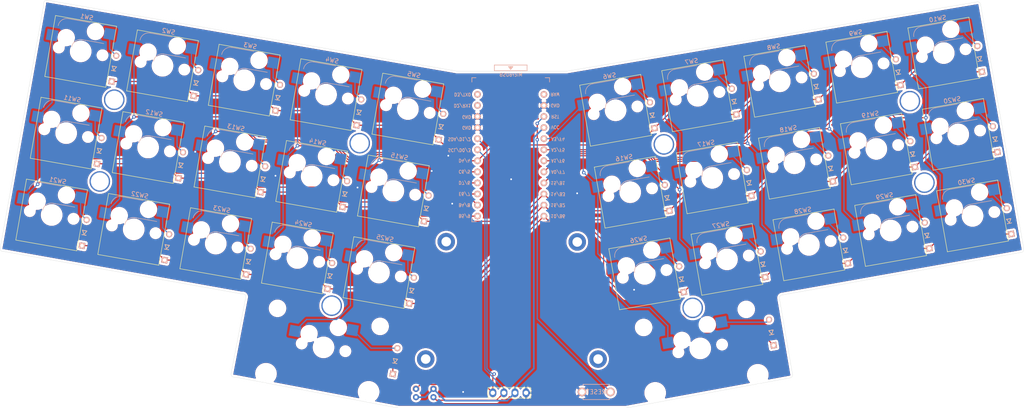
<source format=kicad_pcb>
(kicad_pcb (version 20171130) (host pcbnew "(5.1.9)-1")
  (layers (0 F.Cu signal) (31 B.Cu signal) (34 B.Paste user) (35 F.Paste user) (36 B.SilkS user) (37 F.SilkS user) (38 B.Mask user) (39 F.Mask user) (44 Edge.Cuts user))
  (net 0 "")
  (net 1 GND)
  (net 2 "Net-(D1-Pad2)")
  (net 3 ROW0)
  (net 4 "Net-(D2-Pad2)")
  (net 5 "Net-(D3-Pad2)")
  (net 6 "Net-(D4-Pad2)")
  (net 7 "Net-(D5-Pad2)")
  (net 8 "Net-(D6-Pad2)")
  (net 9 "Net-(D7-Pad2)")
  (net 10 "Net-(D8-Pad2)")
  (net 11 "Net-(D9-Pad2)")
  (net 12 "Net-(D10-Pad2)")
  (net 13 "Net-(D11-Pad2)")
  (net 14 ROW1)
  (net 15 "Net-(D12-Pad2)")
  (net 16 "Net-(D13-Pad2)")
  (net 17 "Net-(D14-Pad2)")
  (net 18 "Net-(D15-Pad2)")
  (net 19 "Net-(D16-Pad2)")
  (net 20 "Net-(D17-Pad2)")
  (net 21 "Net-(D18-Pad2)")
  (net 22 "Net-(D19-Pad2)")
  (net 23 "Net-(D20-Pad2)")
  (net 24 "Net-(D21-Pad2)")
  (net 25 ROW2)
  (net 26 "Net-(D22-Pad2)")
  (net 27 "Net-(D23-Pad2)")
  (net 28 "Net-(D24-Pad2)")
  (net 29 "Net-(D25-Pad2)")
  (net 30 "Net-(D26-Pad2)")
  (net 31 "Net-(D27-Pad2)")
  (net 32 "Net-(D28-Pad2)")
  (net 33 "Net-(D29-Pad2)")
  (net 34 "Net-(D30-Pad2)")
  (net 35 ROW3)
  (net 36 VCC)
  (net 37 SCL)
  (net 38 SDA)
  (net 39 COL3)
  (net 40 COL4)
  (net 41 COL0)
  (net 42 COL1)
  (net 43 COL2)
  (net 44 reset)
  (net 45 "Net-(D31-Pad2)")
  (net 46 "Net-(D32-Pad2)")
  (net 47 COL5)
  (net 48 COL6)
  (net 49 COL7)
  (net 50 COL8)
  (net 51 COL9)
  (net 52 "Net-(U1-Pad1)")
  (net 53 "Net-(U1-Pad2)")
  (net 54 "Net-(U1-Pad24)")
  (module SofleKeyboard-footprint:M2_HOLE_PCB (layer F.Cu) (at 159.85 90.79)
    (fp_text reference TH1 hide)
    (fp_text value HOLE)
    (pad "" thru_hole circle (at 0 0) (size 4 4) (drill 2.2) (layers *.Cu *.Mask Dwgs.User))
  )
  (module SofleKeyboard-footprint:M2_HOLE_PCB (layer F.Cu) (at 129.83 90.72)
    (fp_text reference TH1 hide)
    (fp_text value HOLE)
    (pad "" thru_hole circle (at 0 0) (size 4 4) (drill 2.2) (layers *.Cu *.Mask Dwgs.User))
  )
  (module SofleKeyboard-footprint:M2_HOLE_PCB (layer F.Cu) (at 125.12 117.65)
    (fp_text reference TH1 hide)
    (fp_text value HOLE)
    (pad "" thru_hole circle (at 0 0) (size 4 4) (drill 2.2) (layers *.Cu *.Mask Dwgs.User))
  )
  (module SofleKeyboard-footprint:M2_HOLE_PCB (layer F.Cu) (at 164.63 117.66)
    (fp_text reference TH1 hide)
    (fp_text value HOLE)
    (pad "" thru_hole circle (at 0 0) (size 4 4) (drill 2.2) (layers *.Cu *.Mask Dwgs.User))
  )
  (module Switch_Keyboard_Kailh:SW_Hotswap_Kailh_1.00u (layer F.Cu) (at 46.0625 47.0675 350)
    (fp_text reference SW1 (at 0 -8 170) (layer B.SilkS) (effects (justify mirror)))
    (fp_text value SW_PUSH)
    (pad 2 smd rect (at 5.842 -5.08 350) (size 2.55 2.5) (layers B.Cu B.Paste B.Mask) (net 2 "Net-(D1-Pad2)"))
    (pad 1 smd rect (at -7.085 -2.54 350) (size 2.55 2.5) (layers B.Cu B.Paste B.Mask) (net 41 COL0))
    (pad "" np_thru_hole circle (at 5.08 0 350) (size 1.75 1.75) (drill 1.75) (layers *.Cu *.Mask))
    (pad "" np_thru_hole circle (at -5.08 0 350) (size 1.75 1.75) (drill 1.75) (layers *.Cu *.Mask))
    (pad "" np_thru_hole circle (at 0 0 350) (size 4 4) (drill 4) (layers *.Cu *.Mask))
    (pad "" np_thru_hole circle (at 2.54 -5.08 350) (size 3 3) (drill 3) (layers *.Cu *.Mask))
    (pad "" np_thru_hole circle (at -3.81 -2.54 350) (size 3 3) (drill 3) (layers *.Cu *.Mask))
  )
  (module Switch_Keyboard_Kailh:SW_Hotswap_Kailh_1.00u (layer F.Cu) (at 64.8125 50.3675 350)
    (fp_text reference SW2 (at 0 -8 170) (layer B.SilkS) (effects (justify mirror)))
    (fp_text value SW_PUSH)
    (pad 2 smd rect (at 5.842 -5.08 350) (size 2.55 2.5) (layers B.Cu B.Paste B.Mask) (net 4 "Net-(D2-Pad2)"))
    (pad 1 smd rect (at -7.085 -2.54 350) (size 2.55 2.5) (layers B.Cu B.Paste B.Mask) (net 42 COL1))
    (pad "" np_thru_hole circle (at 5.08 0 350) (size 1.75 1.75) (drill 1.75) (layers *.Cu *.Mask))
    (pad "" np_thru_hole circle (at -5.08 0 350) (size 1.75 1.75) (drill 1.75) (layers *.Cu *.Mask))
    (pad "" np_thru_hole circle (at 0 0 350) (size 4 4) (drill 4) (layers *.Cu *.Mask))
    (pad "" np_thru_hole circle (at 2.54 -5.08 350) (size 3 3) (drill 3) (layers *.Cu *.Mask))
    (pad "" np_thru_hole circle (at -3.81 -2.54 350) (size 3 3) (drill 3) (layers *.Cu *.Mask))
  )
  (module Switch_Keyboard_Kailh:SW_Hotswap_Kailh_1.00u (layer F.Cu) (at 61.5125 69.1175 350)
    (fp_text reference SW12 (at 0 -8 170) (layer B.SilkS) (effects (justify mirror)))
    (fp_text value SW_PUSH)
    (pad 2 smd rect (at 5.842 -5.08 350) (size 2.55 2.5) (layers B.Cu B.Paste B.Mask) (net 15 "Net-(D12-Pad2)"))
    (pad 1 smd rect (at -7.085 -2.54 350) (size 2.55 2.5) (layers B.Cu B.Paste B.Mask) (net 42 COL1))
    (pad "" np_thru_hole circle (at 5.08 0 350) (size 1.75 1.75) (drill 1.75) (layers *.Cu *.Mask))
    (pad "" np_thru_hole circle (at -5.08 0 350) (size 1.75 1.75) (drill 1.75) (layers *.Cu *.Mask))
    (pad "" np_thru_hole circle (at 0 0 350) (size 4 4) (drill 4) (layers *.Cu *.Mask))
    (pad "" np_thru_hole circle (at 2.54 -5.08 350) (size 3 3) (drill 3) (layers *.Cu *.Mask))
    (pad "" np_thru_hole circle (at -3.81 -2.54 350) (size 3 3) (drill 3) (layers *.Cu *.Mask))
  )
  (module Switch_Keyboard_Kailh:SW_Hotswap_Kailh_1.00u (layer F.Cu) (at 42.7375 65.8175 350)
    (fp_text reference SW11 (at 0 -8 170) (layer B.SilkS) (effects (justify mirror)))
    (fp_text value SW_PUSH)
    (pad 2 smd rect (at 5.842 -5.08 350) (size 2.55 2.5) (layers B.Cu B.Paste B.Mask) (net 13 "Net-(D11-Pad2)"))
    (pad 1 smd rect (at -7.085 -2.54 350) (size 2.55 2.5) (layers B.Cu B.Paste B.Mask) (net 41 COL0))
    (pad "" np_thru_hole circle (at 5.08 0 350) (size 1.75 1.75) (drill 1.75) (layers *.Cu *.Mask))
    (pad "" np_thru_hole circle (at -5.08 0 350) (size 1.75 1.75) (drill 1.75) (layers *.Cu *.Mask))
    (pad "" np_thru_hole circle (at 0 0 350) (size 4 4) (drill 4) (layers *.Cu *.Mask))
    (pad "" np_thru_hole circle (at 2.54 -5.08 350) (size 3 3) (drill 3) (layers *.Cu *.Mask))
    (pad "" np_thru_hole circle (at -3.81 -2.54 350) (size 3 3) (drill 3) (layers *.Cu *.Mask))
  )
  (module Switch_Keyboard_Kailh:SW_Hotswap_Kailh_1.00u (layer F.Cu) (at 39.4125 84.5925 350)
    (fp_text reference SW21 (at 0 -8 170) (layer B.SilkS) (effects (justify mirror)))
    (fp_text value SW_PUSH)
    (pad 2 smd rect (at 5.842 -5.08 350) (size 2.55 2.5) (layers B.Cu B.Paste B.Mask) (net 24 "Net-(D21-Pad2)"))
    (pad 1 smd rect (at -7.085 -2.54 350) (size 2.55 2.5) (layers B.Cu B.Paste B.Mask) (net 41 COL0))
    (pad "" np_thru_hole circle (at 5.08 0 350) (size 1.75 1.75) (drill 1.75) (layers *.Cu *.Mask))
    (pad "" np_thru_hole circle (at -5.08 0 350) (size 1.75 1.75) (drill 1.75) (layers *.Cu *.Mask))
    (pad "" np_thru_hole circle (at 0 0 350) (size 4 4) (drill 4) (layers *.Cu *.Mask))
    (pad "" np_thru_hole circle (at 2.54 -5.08 350) (size 3 3) (drill 3) (layers *.Cu *.Mask))
    (pad "" np_thru_hole circle (at -3.81 -2.54 350) (size 3 3) (drill 3) (layers *.Cu *.Mask))
  )
  (module Switch_Keyboard_Kailh:SW_Hotswap_Kailh_1.00u (layer F.Cu) (at 58.2125 87.8925 350)
    (fp_text reference SW22 (at 0 -8 170) (layer B.SilkS) (effects (justify mirror)))
    (fp_text value SW_PUSH)
    (pad 2 smd rect (at 5.842 -5.08 350) (size 2.55 2.5) (layers B.Cu B.Paste B.Mask) (net 26 "Net-(D22-Pad2)"))
    (pad 1 smd rect (at -7.085 -2.54 350) (size 2.55 2.5) (layers B.Cu B.Paste B.Mask) (net 42 COL1))
    (pad "" np_thru_hole circle (at 5.08 0 350) (size 1.75 1.75) (drill 1.75) (layers *.Cu *.Mask))
    (pad "" np_thru_hole circle (at -5.08 0 350) (size 1.75 1.75) (drill 1.75) (layers *.Cu *.Mask))
    (pad "" np_thru_hole circle (at 0 0 350) (size 4 4) (drill 4) (layers *.Cu *.Mask))
    (pad "" np_thru_hole circle (at 2.54 -5.08 350) (size 3 3) (drill 3) (layers *.Cu *.Mask))
    (pad "" np_thru_hole circle (at -3.81 -2.54 350) (size 3 3) (drill 3) (layers *.Cu *.Mask))
  )
  (module Switch_Keyboard_Kailh:SW_Hotswap_Kailh_1.00u (layer F.Cu) (at 77.0125 91.1675 350)
    (fp_text reference SW23 (at 0 -8 170) (layer B.SilkS) (effects (justify mirror)))
    (fp_text value SW_PUSH)
    (pad 2 smd rect (at 5.842 -5.08 350) (size 2.55 2.5) (layers B.Cu B.Paste B.Mask) (net 27 "Net-(D23-Pad2)"))
    (pad 1 smd rect (at -7.085 -2.54 350) (size 2.55 2.5) (layers B.Cu B.Paste B.Mask) (net 43 COL2))
    (pad "" np_thru_hole circle (at 5.08 0 350) (size 1.75 1.75) (drill 1.75) (layers *.Cu *.Mask))
    (pad "" np_thru_hole circle (at -5.08 0 350) (size 1.75 1.75) (drill 1.75) (layers *.Cu *.Mask))
    (pad "" np_thru_hole circle (at 0 0 350) (size 4 4) (drill 4) (layers *.Cu *.Mask))
    (pad "" np_thru_hole circle (at 2.54 -5.08 350) (size 3 3) (drill 3) (layers *.Cu *.Mask))
    (pad "" np_thru_hole circle (at -3.81 -2.54 350) (size 3 3) (drill 3) (layers *.Cu *.Mask))
  )
  (module Switch_Keyboard_Kailh:SW_Hotswap_Kailh_1.00u (layer F.Cu) (at 80.2625 72.4175 350)
    (fp_text reference SW13 (at 0 -8 170) (layer B.SilkS) (effects (justify mirror)))
    (fp_text value SW_PUSH)
    (pad 2 smd rect (at 5.842 -5.08 350) (size 2.55 2.5) (layers B.Cu B.Paste B.Mask) (net 16 "Net-(D13-Pad2)"))
    (pad 1 smd rect (at -7.085 -2.54 350) (size 2.55 2.5) (layers B.Cu B.Paste B.Mask) (net 43 COL2))
    (pad "" np_thru_hole circle (at 5.08 0 350) (size 1.75 1.75) (drill 1.75) (layers *.Cu *.Mask))
    (pad "" np_thru_hole circle (at -5.08 0 350) (size 1.75 1.75) (drill 1.75) (layers *.Cu *.Mask))
    (pad "" np_thru_hole circle (at 0 0 350) (size 4 4) (drill 4) (layers *.Cu *.Mask))
    (pad "" np_thru_hole circle (at 2.54 -5.08 350) (size 3 3) (drill 3) (layers *.Cu *.Mask))
    (pad "" np_thru_hole circle (at -3.81 -2.54 350) (size 3 3) (drill 3) (layers *.Cu *.Mask))
  )
  (module Switch_Keyboard_Kailh:SW_Hotswap_Kailh_1.00u (layer F.Cu) (at 83.5375 53.6675 350)
    (fp_text reference SW3 (at 0 -8 170) (layer B.SilkS) (effects (justify mirror)))
    (fp_text value SW_PUSH)
    (pad 2 smd rect (at 5.842 -5.08 350) (size 2.55 2.5) (layers B.Cu B.Paste B.Mask) (net 5 "Net-(D3-Pad2)"))
    (pad 1 smd rect (at -7.085 -2.54 350) (size 2.55 2.5) (layers B.Cu B.Paste B.Mask) (net 43 COL2))
    (pad "" np_thru_hole circle (at 5.08 0 350) (size 1.75 1.75) (drill 1.75) (layers *.Cu *.Mask))
    (pad "" np_thru_hole circle (at -5.08 0 350) (size 1.75 1.75) (drill 1.75) (layers *.Cu *.Mask))
    (pad "" np_thru_hole circle (at 0 0 350) (size 4 4) (drill 4) (layers *.Cu *.Mask))
    (pad "" np_thru_hole circle (at 2.54 -5.08 350) (size 3 3) (drill 3) (layers *.Cu *.Mask))
    (pad "" np_thru_hole circle (at -3.81 -2.54 350) (size 3 3) (drill 3) (layers *.Cu *.Mask))
  )
  (module Switch_Keyboard_Kailh:SW_Hotswap_Kailh_1.00u (layer F.Cu) (at 102.2875 56.9925 350)
    (fp_text reference SW4 (at 0 -8 170) (layer B.SilkS) (effects (justify mirror)))
    (fp_text value SW_PUSH)
    (pad 2 smd rect (at 5.842 -5.08 350) (size 2.55 2.5) (layers B.Cu B.Paste B.Mask) (net 6 "Net-(D4-Pad2)"))
    (pad 1 smd rect (at -7.085 -2.54 350) (size 2.55 2.5) (layers B.Cu B.Paste B.Mask) (net 39 COL3))
    (pad "" np_thru_hole circle (at 5.08 0 350) (size 1.75 1.75) (drill 1.75) (layers *.Cu *.Mask))
    (pad "" np_thru_hole circle (at -5.08 0 350) (size 1.75 1.75) (drill 1.75) (layers *.Cu *.Mask))
    (pad "" np_thru_hole circle (at 0 0 350) (size 4 4) (drill 4) (layers *.Cu *.Mask))
    (pad "" np_thru_hole circle (at 2.54 -5.08 350) (size 3 3) (drill 3) (layers *.Cu *.Mask))
    (pad "" np_thru_hole circle (at -3.81 -2.54 350) (size 3 3) (drill 3) (layers *.Cu *.Mask))
  )
  (module Switch_Keyboard_Kailh:SW_Hotswap_Kailh_1.00u (layer F.Cu) (at 98.9875 75.7425 350)
    (fp_text reference SW14 (at 0 -8 170) (layer B.SilkS) (effects (justify mirror)))
    (fp_text value SW_PUSH)
    (pad 2 smd rect (at 5.842 -5.08 350) (size 2.55 2.5) (layers B.Cu B.Paste B.Mask) (net 17 "Net-(D14-Pad2)"))
    (pad 1 smd rect (at -7.085 -2.54 350) (size 2.55 2.5) (layers B.Cu B.Paste B.Mask) (net 39 COL3))
    (pad "" np_thru_hole circle (at 5.08 0 350) (size 1.75 1.75) (drill 1.75) (layers *.Cu *.Mask))
    (pad "" np_thru_hole circle (at -5.08 0 350) (size 1.75 1.75) (drill 1.75) (layers *.Cu *.Mask))
    (pad "" np_thru_hole circle (at 0 0 350) (size 4 4) (drill 4) (layers *.Cu *.Mask))
    (pad "" np_thru_hole circle (at 2.54 -5.08 350) (size 3 3) (drill 3) (layers *.Cu *.Mask))
    (pad "" np_thru_hole circle (at -3.81 -2.54 350) (size 3 3) (drill 3) (layers *.Cu *.Mask))
  )
  (module Switch_Keyboard_Kailh:SW_Hotswap_Kailh_1.00u (layer F.Cu) (at 95.7125 94.4675 350)
    (fp_text reference SW24 (at 0 -8 170) (layer B.SilkS) (effects (justify mirror)))
    (fp_text value SW_PUSH)
    (pad 2 smd rect (at 5.842 -5.08 350) (size 2.55 2.5) (layers B.Cu B.Paste B.Mask) (net 28 "Net-(D24-Pad2)"))
    (pad 1 smd rect (at -7.085 -2.54 350) (size 2.55 2.5) (layers B.Cu B.Paste B.Mask) (net 39 COL3))
    (pad "" np_thru_hole circle (at 5.08 0 350) (size 1.75 1.75) (drill 1.75) (layers *.Cu *.Mask))
    (pad "" np_thru_hole circle (at -5.08 0 350) (size 1.75 1.75) (drill 1.75) (layers *.Cu *.Mask))
    (pad "" np_thru_hole circle (at 0 0 350) (size 4 4) (drill 4) (layers *.Cu *.Mask))
    (pad "" np_thru_hole circle (at 2.54 -5.08 350) (size 3 3) (drill 3) (layers *.Cu *.Mask))
    (pad "" np_thru_hole circle (at -3.81 -2.54 350) (size 3 3) (drill 3) (layers *.Cu *.Mask))
  )
  (module Switch_Keyboard_Kailh:SW_Hotswap_Kailh_1.00u (layer F.Cu) (at 114.4125 97.8175 350)
    (fp_text reference SW25 (at 0 -8 170) (layer B.SilkS) (effects (justify mirror)))
    (fp_text value SW_PUSH)
    (pad 2 smd rect (at 5.842 -5.08 350) (size 2.55 2.5) (layers B.Cu B.Paste B.Mask) (net 29 "Net-(D25-Pad2)"))
    (pad 1 smd rect (at -7.085 -2.54 350) (size 2.55 2.5) (layers B.Cu B.Paste B.Mask) (net 40 COL4))
    (pad "" np_thru_hole circle (at 5.08 0 350) (size 1.75 1.75) (drill 1.75) (layers *.Cu *.Mask))
    (pad "" np_thru_hole circle (at -5.08 0 350) (size 1.75 1.75) (drill 1.75) (layers *.Cu *.Mask))
    (pad "" np_thru_hole circle (at 0 0 350) (size 4 4) (drill 4) (layers *.Cu *.Mask))
    (pad "" np_thru_hole circle (at 2.54 -5.08 350) (size 3 3) (drill 3) (layers *.Cu *.Mask))
    (pad "" np_thru_hole circle (at -3.81 -2.54 350) (size 3 3) (drill 3) (layers *.Cu *.Mask))
  )
  (module Switch_Keyboard_Kailh:SW_Hotswap_Kailh_1.00u (layer F.Cu) (at 117.7125 79.0675 350)
    (fp_text reference SW15 (at 0 -8 170) (layer B.SilkS) (effects (justify mirror)))
    (fp_text value SW_PUSH)
    (pad 2 smd rect (at 5.842 -5.08 350) (size 2.55 2.5) (layers B.Cu B.Paste B.Mask) (net 18 "Net-(D15-Pad2)"))
    (pad 1 smd rect (at -7.085 -2.54 350) (size 2.55 2.5) (layers B.Cu B.Paste B.Mask) (net 40 COL4))
    (pad "" np_thru_hole circle (at 5.08 0 350) (size 1.75 1.75) (drill 1.75) (layers *.Cu *.Mask))
    (pad "" np_thru_hole circle (at -5.08 0 350) (size 1.75 1.75) (drill 1.75) (layers *.Cu *.Mask))
    (pad "" np_thru_hole circle (at 0 0 350) (size 4 4) (drill 4) (layers *.Cu *.Mask))
    (pad "" np_thru_hole circle (at 2.54 -5.08 350) (size 3 3) (drill 3) (layers *.Cu *.Mask))
    (pad "" np_thru_hole circle (at -3.81 -2.54 350) (size 3 3) (drill 3) (layers *.Cu *.Mask))
  )
  (module Switch_Keyboard_Kailh:SW_Hotswap_Kailh_1.00u (layer F.Cu) (at 121.0375 60.2925 350)
    (fp_text reference SW5 (at 0 -8 170) (layer B.SilkS) (effects (justify mirror)))
    (fp_text value SW_PUSH)
    (pad 2 smd rect (at 5.842 -5.08 350) (size 2.55 2.5) (layers B.Cu B.Paste B.Mask) (net 7 "Net-(D5-Pad2)"))
    (pad 1 smd rect (at -7.085 -2.54 350) (size 2.55 2.5) (layers B.Cu B.Paste B.Mask) (net 40 COL4))
    (pad "" np_thru_hole circle (at 5.08 0 350) (size 1.75 1.75) (drill 1.75) (layers *.Cu *.Mask))
    (pad "" np_thru_hole circle (at -5.08 0 350) (size 1.75 1.75) (drill 1.75) (layers *.Cu *.Mask))
    (pad "" np_thru_hole circle (at 0 0 350) (size 4 4) (drill 4) (layers *.Cu *.Mask))
    (pad "" np_thru_hole circle (at 2.54 -5.08 350) (size 3 3) (drill 3) (layers *.Cu *.Mask))
    (pad "" np_thru_hole circle (at -3.81 -2.54 350) (size 3 3) (drill 3) (layers *.Cu *.Mask))
  )
  (module kbd:ProMicro_v3.5 (layer B.Cu) (at 144.6 71.4 180)
    (fp_text reference U1 hide)
    (fp_text value ProMicro hide)
    (fp_text user MicroUSB (at -0.05 18.95) (layer B.SilkS) (effects (font (size 0.75 0.75) (thickness 0.12)) (justify mirror)))
    (fp_text user B4/8 (at 10.605 -10.9 180 unlocked) (layer B.SilkS) (effects (font (size 0.75 0.67) (thickness 0.125)) (justify mirror)))
    (fp_text user D2/RX1 (at 11.055 11.9 180 unlocked) (layer B.SilkS) (effects (font (size 0.75 0.67) (thickness 0.125)) (justify mirror)))
    (fp_text user B5/9 (at 10.605 -13.4 180 unlocked) (layer B.SilkS) (effects (font (size 0.75 0.67) (thickness 0.125)) (justify mirror)))
    (fp_text user C6/5 (at 10.605 -3.25 180 unlocked) (layer B.SilkS) (effects (font (size 0.75 0.67) (thickness 0.125)) (justify mirror)))
    (fp_text user SCL/D0/3 (at 11.755 1.7 180 unlocked) (layer B.SilkS) (effects (font (size 0.75 0.67) (thickness 0.125)) (justify mirror)))
    (fp_text user SDA/D1/2 (at 11.755 4.2 180 unlocked) (layer B.SilkS) (effects (font (size 0.75 0.67) (thickness 0.125)) (justify mirror)))
    (fp_text user D4/4 (at 10.605 -0.7 180 unlocked) (layer B.SilkS) (effects (font (size 0.75 0.67) (thickness 0.125)) (justify mirror)))
    (fp_text user D3/TX0 (at 11.055 14.45 180 unlocked) (layer B.SilkS) (effects (font (size 0.75 0.67) (thickness 0.125)) (justify mirror)))
    (fp_text user GND (at 10.105 6.85 180 unlocked) (layer B.SilkS) (effects (font (size 0.75 0.67) (thickness 0.125)) (justify mirror)))
    (fp_text user GND (at 10.105 9.3 180 unlocked) (layer B.SilkS) (effects (font (size 0.75 0.67) (thickness 0.125)) (justify mirror)))
    (fp_text user D7/6 (at 10.605 -5.8 180 unlocked) (layer B.SilkS) (effects (font (size 0.75 0.67) (thickness 0.125)) (justify mirror)))
    (fp_text user E6/7 (at 10.605 -8.35 180 unlocked) (layer B.SilkS) (effects (font (size 0.75 0.67) (thickness 0.125)) (justify mirror)))
    (fp_text user 16/B2 (at -10.845 -10.95 180 unlocked) (layer B.SilkS) (effects (font (size 0.75 0.67) (thickness 0.125)) (justify mirror)))
    (fp_text user 10/B6 (at -10.845 -13.45 180 unlocked) (layer B.SilkS) (effects (font (size 0.75 0.67) (thickness 0.125)) (justify mirror)))
    (fp_text user 14/B3 (at -10.845 -8.4 180 unlocked) (layer B.SilkS) (effects (font (size 0.75 0.67) (thickness 0.125)) (justify mirror)))
    (fp_text user 15/B1 (at -10.845 -5.85 180 unlocked) (layer B.SilkS) (effects (font (size 0.75 0.67) (thickness 0.125)) (justify mirror)))
    (fp_text user A0/F7 (at -10.845 -3.3 180 unlocked) (layer B.SilkS) (effects (font (size 0.75 0.67) (thickness 0.125)) (justify mirror)))
    (fp_text user A1/F6 (at -10.845 -0.75 180 unlocked) (layer B.SilkS) (effects (font (size 0.75 0.67) (thickness 0.125)) (justify mirror)))
    (fp_text user A2/F5 (at -10.845 1.75 180 unlocked) (layer B.SilkS) (effects (font (size 0.75 0.67) (thickness 0.125)) (justify mirror)))
    (fp_text user A3/F4 (at -10.845 4.25 180 unlocked) (layer B.SilkS) (effects (font (size 0.75 0.67) (thickness 0.125)) (justify mirror)))
    (fp_text user VCC (at -10.195 6.95 180 unlocked) (layer B.SilkS) (effects (font (size 0.75 0.67) (thickness 0.125)) (justify mirror)))
    (fp_text user RST (at -10.195 9.4 180 unlocked) (layer B.SilkS) (effects (font (size 0.75 0.67) (thickness 0.125)) (justify mirror)))
    (fp_text user GND (at -10.195 11.95 180 unlocked) (layer B.SilkS) (effects (font (size 0.75 0.67) (thickness 0.125)) (justify mirror)))
    (fp_text user RAW (at -10.195 14.5 180 unlocked) (layer B.SilkS) (effects (font (size 0.75 0.67) (thickness 0.125)) (justify mirror)))
    (fp_text user "" (at -0.545 17.4) (layer B.SilkS) (effects (justify mirror)))
    (fp_text user "" (at -1.2515 16.256) (layer F.SilkS))
    (pad 1 thru_hole circle (at 7.6114 14.478 180) (size 1.524 1.524) (drill 0.8128) (layers *.Cu B.SilkS F.Mask) (net 52 "Net-(U1-Pad1)"))
    (pad 2 thru_hole circle (at 7.6114 11.938 180) (size 1.524 1.524) (drill 0.8128) (layers *.Cu B.SilkS F.Mask) (net 53 "Net-(U1-Pad2)"))
    (pad 3 thru_hole circle (at 7.6114 9.398 180) (size 1.524 1.524) (drill 0.8128) (layers *.Cu B.SilkS F.Mask) (net 1 GND))
    (pad 4 thru_hole circle (at 7.6114 6.858 180) (size 1.524 1.524) (drill 0.8128) (layers *.Cu B.SilkS F.Mask) (net 1 GND))
    (pad 5 thru_hole circle (at 7.6114 4.318 180) (size 1.524 1.524) (drill 0.8128) (layers *.Cu B.SilkS F.Mask) (net 38 SDA))
    (pad 6 thru_hole circle (at 7.6114 1.778 180) (size 1.524 1.524) (drill 0.8128) (layers *.Cu B.SilkS F.Mask) (net 37 SCL))
    (pad 7 thru_hole circle (at 7.6114 -0.762 180) (size 1.524 1.524) (drill 0.8128) (layers *.Cu B.SilkS F.Mask) (net 3 ROW0))
    (pad 8 thru_hole circle (at 7.6114 -3.302 180) (size 1.524 1.524) (drill 0.8128) (layers *.Cu B.SilkS F.Mask) (net 42 COL1))
    (pad 9 thru_hole circle (at 7.6114 -5.842 180) (size 1.524 1.524) (drill 0.8128) (layers *.Cu B.SilkS F.Mask) (net 43 COL2))
    (pad 10 thru_hole circle (at 7.6114 -8.382 180) (size 1.524 1.524) (drill 0.8128) (layers *.Cu B.SilkS F.Mask) (net 39 COL3))
    (pad 11 thru_hole circle (at 7.6114 -10.922 180) (size 1.524 1.524) (drill 0.8128) (layers *.Cu B.SilkS F.Mask) (net 40 COL4))
    (pad 12 thru_hole circle (at 7.6114 -13.462 180) (size 1.524 1.524) (drill 0.8128) (layers *.Cu B.SilkS F.Mask) (net 41 COL0))
    (pad 13 thru_hole circle (at -7.6086 -13.462 180) (size 1.524 1.524) (drill 0.8128) (layers *.Cu B.SilkS F.Mask) (net 35 ROW3))
    (pad 14 thru_hole circle (at -7.6086 -10.922 180) (size 1.524 1.524) (drill 0.8128) (layers *.Cu B.SilkS F.Mask) (net 25 ROW2))
    (pad 15 thru_hole circle (at -7.6086 -8.382 180) (size 1.524 1.524) (drill 0.8128) (layers *.Cu B.SilkS F.Mask) (net 14 ROW1))
    (pad 16 thru_hole circle (at -7.6086 -5.842 180) (size 1.524 1.524) (drill 0.8128) (layers *.Cu B.SilkS F.Mask) (net 48 COL6))
    (pad 17 thru_hole circle (at -7.6086 -3.302 180) (size 1.524 1.524) (drill 0.8128) (layers *.Cu B.SilkS F.Mask) (net 49 COL7))
    (pad 18 thru_hole circle (at -7.6086 -0.762 180) (size 1.524 1.524) (drill 0.8128) (layers *.Cu B.SilkS F.Mask) (net 50 COL8))
    (pad 19 thru_hole circle (at -7.6086 1.778 180) (size 1.524 1.524) (drill 0.8128) (layers *.Cu B.SilkS F.Mask) (net 51 COL9))
    (pad 20 thru_hole circle (at -7.6086 4.318 180) (size 1.524 1.524) (drill 0.8128) (layers *.Cu B.SilkS F.Mask) (net 47 COL5))
    (pad 21 thru_hole circle (at -7.6086 6.858 180) (size 1.524 1.524) (drill 0.8128) (layers *.Cu B.SilkS F.Mask) (net 36 VCC))
    (pad 22 thru_hole circle (at -7.6086 9.398 180) (size 1.524 1.524) (drill 0.8128) (layers *.Cu B.SilkS F.Mask) (net 44 reset))
    (pad 23 thru_hole circle (at -7.6086 11.938 180) (size 1.524 1.524) (drill 0.8128) (layers *.Cu B.SilkS F.Mask) (net 1 GND))
    (pad 24 thru_hole circle (at -7.6086 14.478 180) (size 1.524 1.524) (drill 0.8128) (layers *.Cu B.SilkS F.Mask) (net 54 "Net-(U1-Pad24)"))
  )
  (module Switch_Keyboard_Kailh:SW_Hotswap_Kailh_1.00u (layer F.Cu) (at 168.63 60.583 10)
    (fp_text reference SW6 (at 0 -8 10) (layer B.SilkS) (effects (justify mirror)))
    (fp_text value SW_PUSH)
    (pad 2 smd rect (at 5.842 -5.08 10) (size 2.55 2.5) (layers B.Cu B.Paste B.Mask) (net 8 "Net-(D6-Pad2)"))
    (pad 1 smd rect (at -7.085 -2.54 10) (size 2.55 2.5) (layers B.Cu B.Paste B.Mask) (net 47 COL5))
    (pad "" np_thru_hole circle (at 5.08 0 10) (size 1.75 1.75) (drill 1.75) (layers *.Cu *.Mask))
    (pad "" np_thru_hole circle (at -5.08 0 10) (size 1.75 1.75) (drill 1.75) (layers *.Cu *.Mask))
    (pad "" np_thru_hole circle (at 0 0 10) (size 4 4) (drill 4) (layers *.Cu *.Mask))
    (pad "" np_thru_hole circle (at 2.54 -5.08 10) (size 3 3) (drill 3) (layers *.Cu *.Mask))
    (pad "" np_thru_hole circle (at -3.81 -2.54 10) (size 3 3) (drill 3) (layers *.Cu *.Mask))
  )
  (module Switch_Keyboard_Kailh:SW_Hotswap_Kailh_1.00u (layer F.Cu) (at 171.983886 79.375276 10)
    (fp_text reference SW16 (at 0 -8 10) (layer B.SilkS) (effects (justify mirror)))
    (fp_text value SW_PUSH)
    (pad 2 smd rect (at 5.842 -5.08 10) (size 2.55 2.5) (layers B.Cu B.Paste B.Mask) (net 19 "Net-(D16-Pad2)"))
    (pad 1 smd rect (at -7.085 -2.54 10) (size 2.55 2.5) (layers B.Cu B.Paste B.Mask) (net 47 COL5))
    (pad "" np_thru_hole circle (at 5.08 0 10) (size 1.75 1.75) (drill 1.75) (layers *.Cu *.Mask))
    (pad "" np_thru_hole circle (at -5.08 0 10) (size 1.75 1.75) (drill 1.75) (layers *.Cu *.Mask))
    (pad "" np_thru_hole circle (at 0 0 10) (size 4 4) (drill 4) (layers *.Cu *.Mask))
    (pad "" np_thru_hole circle (at 2.54 -5.08 10) (size 3 3) (drill 3) (layers *.Cu *.Mask))
    (pad "" np_thru_hole circle (at -3.81 -2.54 10) (size 3 3) (drill 3) (layers *.Cu *.Mask))
  )
  (module Switch_Keyboard_Kailh:SW_Hotswap_Kailh_1.00u (layer F.Cu) (at 190.78 76.083 10)
    (fp_text reference SW17 (at 0 -8 10) (layer B.SilkS) (effects (justify mirror)))
    (fp_text value SW_PUSH)
    (pad 2 smd rect (at 5.842 -5.08 10) (size 2.55 2.5) (layers B.Cu B.Paste B.Mask) (net 20 "Net-(D17-Pad2)"))
    (pad 1 smd rect (at -7.085 -2.54 10) (size 2.55 2.5) (layers B.Cu B.Paste B.Mask) (net 48 COL6))
    (pad "" np_thru_hole circle (at 5.08 0 10) (size 1.75 1.75) (drill 1.75) (layers *.Cu *.Mask))
    (pad "" np_thru_hole circle (at -5.08 0 10) (size 1.75 1.75) (drill 1.75) (layers *.Cu *.Mask))
    (pad "" np_thru_hole circle (at 0 0 10) (size 4 4) (drill 4) (layers *.Cu *.Mask))
    (pad "" np_thru_hole circle (at 2.54 -5.08 10) (size 3 3) (drill 3) (layers *.Cu *.Mask))
    (pad "" np_thru_hole circle (at -3.81 -2.54 10) (size 3 3) (drill 3) (layers *.Cu *.Mask))
  )
  (module Switch_Keyboard_Kailh:SW_Hotswap_Kailh_1.00u (layer F.Cu) (at 187.43 57.258 10)
    (fp_text reference SW7 (at 0 -8 10) (layer B.SilkS) (effects (justify mirror)))
    (fp_text value SW_PUSH)
    (pad 2 smd rect (at 5.842 -5.08 10) (size 2.55 2.5) (layers B.Cu B.Paste B.Mask) (net 9 "Net-(D7-Pad2)"))
    (pad 1 smd rect (at -7.085 -2.54 10) (size 2.55 2.5) (layers B.Cu B.Paste B.Mask) (net 48 COL6))
    (pad "" np_thru_hole circle (at 5.08 0 10) (size 1.75 1.75) (drill 1.75) (layers *.Cu *.Mask))
    (pad "" np_thru_hole circle (at -5.08 0 10) (size 1.75 1.75) (drill 1.75) (layers *.Cu *.Mask))
    (pad "" np_thru_hole circle (at 0 0 10) (size 4 4) (drill 4) (layers *.Cu *.Mask))
    (pad "" np_thru_hole circle (at 2.54 -5.08 10) (size 3 3) (drill 3) (layers *.Cu *.Mask))
    (pad "" np_thru_hole circle (at -3.81 -2.54 10) (size 3 3) (drill 3) (layers *.Cu *.Mask))
  )
  (module Switch_Keyboard_Kailh:SW_Hotswap_Kailh_1.00u (layer F.Cu) (at 206.255 53.933 10)
    (fp_text reference SW8 (at 0 -8 10) (layer B.SilkS) (effects (justify mirror)))
    (fp_text value SW_PUSH)
    (pad 2 smd rect (at 5.842 -5.08 10) (size 2.55 2.5) (layers B.Cu B.Paste B.Mask) (net 10 "Net-(D8-Pad2)"))
    (pad 1 smd rect (at -7.085 -2.54 10) (size 2.55 2.5) (layers B.Cu B.Paste B.Mask) (net 49 COL7))
    (pad "" np_thru_hole circle (at 5.08 0 10) (size 1.75 1.75) (drill 1.75) (layers *.Cu *.Mask))
    (pad "" np_thru_hole circle (at -5.08 0 10) (size 1.75 1.75) (drill 1.75) (layers *.Cu *.Mask))
    (pad "" np_thru_hole circle (at 0 0 10) (size 4 4) (drill 4) (layers *.Cu *.Mask))
    (pad "" np_thru_hole circle (at 2.54 -5.08 10) (size 3 3) (drill 3) (layers *.Cu *.Mask))
    (pad "" np_thru_hole circle (at -3.81 -2.54 10) (size 3 3) (drill 3) (layers *.Cu *.Mask))
  )
  (module Switch_Keyboard_Kailh:SW_Hotswap_Kailh_1.00u (layer F.Cu) (at 209.605 72.733 10)
    (fp_text reference SW18 (at 0 -8 10) (layer B.SilkS) (effects (justify mirror)))
    (fp_text value SW_PUSH)
    (pad 2 smd rect (at 5.842 -5.08 10) (size 2.55 2.5) (layers B.Cu B.Paste B.Mask) (net 21 "Net-(D18-Pad2)"))
    (pad 1 smd rect (at -7.085 -2.54 10) (size 2.55 2.5) (layers B.Cu B.Paste B.Mask) (net 49 COL7))
    (pad "" np_thru_hole circle (at 5.08 0 10) (size 1.75 1.75) (drill 1.75) (layers *.Cu *.Mask))
    (pad "" np_thru_hole circle (at -5.08 0 10) (size 1.75 1.75) (drill 1.75) (layers *.Cu *.Mask))
    (pad "" np_thru_hole circle (at 0 0 10) (size 4 4) (drill 4) (layers *.Cu *.Mask))
    (pad "" np_thru_hole circle (at 2.54 -5.08 10) (size 3 3) (drill 3) (layers *.Cu *.Mask))
    (pad "" np_thru_hole circle (at -3.81 -2.54 10) (size 3 3) (drill 3) (layers *.Cu *.Mask))
  )
  (module Switch_Keyboard_Kailh:SW_Hotswap_Kailh_1.00u (layer F.Cu) (at 247.155 66.108 10)
    (fp_text reference SW20 (at 0 -8 10) (layer B.SilkS) (effects (justify mirror)))
    (fp_text value SW_PUSH)
    (pad 2 smd rect (at 5.842 -5.08 10) (size 2.55 2.5) (layers B.Cu B.Paste B.Mask) (net 23 "Net-(D20-Pad2)"))
    (pad 1 smd rect (at -7.085 -2.54 10) (size 2.55 2.5) (layers B.Cu B.Paste B.Mask) (net 51 COL9))
    (pad "" np_thru_hole circle (at 5.08 0 10) (size 1.75 1.75) (drill 1.75) (layers *.Cu *.Mask))
    (pad "" np_thru_hole circle (at -5.08 0 10) (size 1.75 1.75) (drill 1.75) (layers *.Cu *.Mask))
    (pad "" np_thru_hole circle (at 0 0 10) (size 4 4) (drill 4) (layers *.Cu *.Mask))
    (pad "" np_thru_hole circle (at 2.54 -5.08 10) (size 3 3) (drill 3) (layers *.Cu *.Mask))
    (pad "" np_thru_hole circle (at -3.81 -2.54 10) (size 3 3) (drill 3) (layers *.Cu *.Mask))
  )
  (module Switch_Keyboard_Kailh:SW_Hotswap_Kailh_1.00u (layer F.Cu) (at 228.38 69.433 10)
    (fp_text reference SW19 (at 0 -8 10) (layer B.SilkS) (effects (justify mirror)))
    (fp_text value SW_PUSH)
    (pad 2 smd rect (at 5.842 -5.08 10) (size 2.55 2.5) (layers B.Cu B.Paste B.Mask) (net 22 "Net-(D19-Pad2)"))
    (pad 1 smd rect (at -7.085 -2.54 10) (size 2.55 2.5) (layers B.Cu B.Paste B.Mask) (net 50 COL8))
    (pad "" np_thru_hole circle (at 5.08 0 10) (size 1.75 1.75) (drill 1.75) (layers *.Cu *.Mask))
    (pad "" np_thru_hole circle (at -5.08 0 10) (size 1.75 1.75) (drill 1.75) (layers *.Cu *.Mask))
    (pad "" np_thru_hole circle (at 0 0 10) (size 4 4) (drill 4) (layers *.Cu *.Mask))
    (pad "" np_thru_hole circle (at 2.54 -5.08 10) (size 3 3) (drill 3) (layers *.Cu *.Mask))
    (pad "" np_thru_hole circle (at -3.81 -2.54 10) (size 3 3) (drill 3) (layers *.Cu *.Mask))
  )
  (module Switch_Keyboard_Kailh:SW_Hotswap_Kailh_1.00u (layer F.Cu) (at 225.044 50.705 10)
    (fp_text reference SW9 (at 0 -8 10) (layer B.SilkS) (effects (justify mirror)))
    (fp_text value SW_PUSH)
    (pad 2 smd rect (at 5.842 -5.08 10) (size 2.55 2.5) (layers B.Cu B.Paste B.Mask) (net 11 "Net-(D9-Pad2)"))
    (pad 1 smd rect (at -7.085 -2.54 10) (size 2.55 2.5) (layers B.Cu B.Paste B.Mask) (net 50 COL8))
    (pad "" np_thru_hole circle (at 5.08 0 10) (size 1.75 1.75) (drill 1.75) (layers *.Cu *.Mask))
    (pad "" np_thru_hole circle (at -5.08 0 10) (size 1.75 1.75) (drill 1.75) (layers *.Cu *.Mask))
    (pad "" np_thru_hole circle (at 0 0 10) (size 4 4) (drill 4) (layers *.Cu *.Mask))
    (pad "" np_thru_hole circle (at 2.54 -5.08 10) (size 3 3) (drill 3) (layers *.Cu *.Mask))
    (pad "" np_thru_hole circle (at -3.81 -2.54 10) (size 3 3) (drill 3) (layers *.Cu *.Mask))
  )
  (module Switch_Keyboard_Kailh:SW_Hotswap_Kailh_1.00u (layer F.Cu) (at 250.43 84.808 10)
    (fp_text reference SW30 (at 0 -8 10) (layer B.SilkS) (effects (justify mirror)))
    (fp_text value SW_PUSH)
    (pad 2 smd rect (at 5.842 -5.08 10) (size 2.55 2.5) (layers B.Cu B.Paste B.Mask) (net 34 "Net-(D30-Pad2)"))
    (pad 1 smd rect (at -7.085 -2.54 10) (size 2.55 2.5) (layers B.Cu B.Paste B.Mask) (net 51 COL9))
    (pad "" np_thru_hole circle (at 5.08 0 10) (size 1.75 1.75) (drill 1.75) (layers *.Cu *.Mask))
    (pad "" np_thru_hole circle (at -5.08 0 10) (size 1.75 1.75) (drill 1.75) (layers *.Cu *.Mask))
    (pad "" np_thru_hole circle (at 0 0 10) (size 4 4) (drill 4) (layers *.Cu *.Mask))
    (pad "" np_thru_hole circle (at 2.54 -5.08 10) (size 3 3) (drill 3) (layers *.Cu *.Mask))
    (pad "" np_thru_hole circle (at -3.81 -2.54 10) (size 3 3) (drill 3) (layers *.Cu *.Mask))
  )
  (module Switch_Keyboard_Kailh:SW_Hotswap_Kailh_1.00u (layer F.Cu) (at 212.93 91.458 10)
    (fp_text reference SW28 (at 0 -8 10) (layer B.SilkS) (effects (justify mirror)))
    (fp_text value SW_PUSH)
    (pad 2 smd rect (at 5.842 -5.08 10) (size 2.55 2.5) (layers B.Cu B.Paste B.Mask) (net 32 "Net-(D28-Pad2)"))
    (pad 1 smd rect (at -7.085 -2.54 10) (size 2.55 2.5) (layers B.Cu B.Paste B.Mask) (net 49 COL7))
    (pad "" np_thru_hole circle (at 5.08 0 10) (size 1.75 1.75) (drill 1.75) (layers *.Cu *.Mask))
    (pad "" np_thru_hole circle (at -5.08 0 10) (size 1.75 1.75) (drill 1.75) (layers *.Cu *.Mask))
    (pad "" np_thru_hole circle (at 0 0 10) (size 4 4) (drill 4) (layers *.Cu *.Mask))
    (pad "" np_thru_hole circle (at 2.54 -5.08 10) (size 3 3) (drill 3) (layers *.Cu *.Mask))
    (pad "" np_thru_hole circle (at -3.81 -2.54 10) (size 3 3) (drill 3) (layers *.Cu *.Mask))
  )
  (module Switch_Keyboard_Kailh:SW_Hotswap_Kailh_1.00u (layer F.Cu) (at 175.305 98.108 10)
    (fp_text reference SW26 (at 0 -8 10) (layer B.SilkS) (effects (justify mirror)))
    (fp_text value SW_PUSH)
    (pad 2 smd rect (at 5.842 -5.08 10) (size 2.55 2.5) (layers B.Cu B.Paste B.Mask) (net 30 "Net-(D26-Pad2)"))
    (pad 1 smd rect (at -7.085 -2.54 10) (size 2.55 2.5) (layers B.Cu B.Paste B.Mask) (net 47 COL5))
    (pad "" np_thru_hole circle (at 5.08 0 10) (size 1.75 1.75) (drill 1.75) (layers *.Cu *.Mask))
    (pad "" np_thru_hole circle (at -5.08 0 10) (size 1.75 1.75) (drill 1.75) (layers *.Cu *.Mask))
    (pad "" np_thru_hole circle (at 0 0 10) (size 4 4) (drill 4) (layers *.Cu *.Mask))
    (pad "" np_thru_hole circle (at 2.54 -5.08 10) (size 3 3) (drill 3) (layers *.Cu *.Mask))
    (pad "" np_thru_hole circle (at -3.81 -2.54 10) (size 3 3) (drill 3) (layers *.Cu *.Mask))
  )
  (module Switch_Keyboard_Kailh:SW_Hotswap_Kailh_1.00u (layer F.Cu) (at 194.155 94.783 10)
    (fp_text reference SW27 (at 0 -8 10) (layer B.SilkS) (effects (justify mirror)))
    (fp_text value SW_PUSH)
    (pad 2 smd rect (at 5.842 -5.08 10) (size 2.55 2.5) (layers B.Cu B.Paste B.Mask) (net 31 "Net-(D27-Pad2)"))
    (pad 1 smd rect (at -7.085 -2.54 10) (size 2.55 2.5) (layers B.Cu B.Paste B.Mask) (net 48 COL6))
    (pad "" np_thru_hole circle (at 5.08 0 10) (size 1.75 1.75) (drill 1.75) (layers *.Cu *.Mask))
    (pad "" np_thru_hole circle (at -5.08 0 10) (size 1.75 1.75) (drill 1.75) (layers *.Cu *.Mask))
    (pad "" np_thru_hole circle (at 0 0 10) (size 4 4) (drill 4) (layers *.Cu *.Mask))
    (pad "" np_thru_hole circle (at 2.54 -5.08 10) (size 3 3) (drill 3) (layers *.Cu *.Mask))
    (pad "" np_thru_hole circle (at -3.81 -2.54 10) (size 3 3) (drill 3) (layers *.Cu *.Mask))
  )
  (module MX_Only2:MXOnly-2U-Hotswap (layer F.Cu) (at 188.03 115.208 10)
    (fp_text reference SW32)
    (fp_text value SW_PUSH)
    (pad "" np_thru_hole circle (at -11.938 8.255 10) (size 3.9878 3.9878) (drill 3.9878) (layers *.Cu *.Mask))
    (pad "" np_thru_hole circle (at 11.938 8.255 10) (size 3.9878 3.9878) (drill 3.9878) (layers *.Cu *.Mask))
    (pad "" np_thru_hole circle (at -11.938 -6.985 10) (size 3.048 3.048) (drill 3.048) (layers *.Cu *.Mask))
    (pad "" np_thru_hole circle (at 11.938 -6.985 10) (size 3.048 3.048) (drill 3.048) (layers *.Cu *.Mask))
    (pad 2 smd rect (at 5.842 -5.08 10) (size 2.55 2.5) (layers B.Cu B.Paste B.Mask) (net 46 "Net-(D32-Pad2)"))
    (pad 1 smd rect (at -7.085 -2.54 10) (size 2.55 2.5) (layers B.Cu B.Paste B.Mask) (net 47 COL5))
    (pad "" np_thru_hole circle (at 5.08 0 58.0996) (size 1.75 1.75) (drill 1.75) (layers *.Cu *.Mask))
    (pad "" np_thru_hole circle (at -5.08 0 58.0996) (size 1.75 1.75) (drill 1.75) (layers *.Cu *.Mask))
    (pad "" np_thru_hole circle (at -3.81 -2.54 10) (size 3 3) (drill 3) (layers *.Cu *.Mask))
    (pad "" np_thru_hole circle (at 0 0 10) (size 3.9878 3.9878) (drill 3.9878) (layers *.Cu *.Mask))
    (pad "" np_thru_hole circle (at 2.54 -5.08 10) (size 3 3) (drill 3) (layers *.Cu *.Mask))
  )
  (module MX_Only2:MXOnly-2U-Hotswap (layer F.Cu) (at 101.7125 114.9675 350)
    (fp_text reference SW31)
    (fp_text value SW_PUSH)
    (pad "" np_thru_hole circle (at -11.938 8.255 350) (size 3.9878 3.9878) (drill 3.9878) (layers *.Cu *.Mask))
    (pad "" np_thru_hole circle (at 11.938 8.255 350) (size 3.9878 3.9878) (drill 3.9878) (layers *.Cu *.Mask))
    (pad "" np_thru_hole circle (at -11.938 -6.985 350) (size 3.048 3.048) (drill 3.048) (layers *.Cu *.Mask))
    (pad "" np_thru_hole circle (at 11.938 -6.985 350) (size 3.048 3.048) (drill 3.048) (layers *.Cu *.Mask))
    (pad 2 smd rect (at 5.842 -5.08 350) (size 2.55 2.5) (layers B.Cu B.Paste B.Mask) (net 45 "Net-(D31-Pad2)"))
    (pad 1 smd rect (at -7.085 -2.54 350) (size 2.55 2.5) (layers B.Cu B.Paste B.Mask) (net 40 COL4))
    (pad "" np_thru_hole circle (at 5.08 0 38.0996) (size 1.75 1.75) (drill 1.75) (layers *.Cu *.Mask))
    (pad "" np_thru_hole circle (at -5.08 0 38.0996) (size 1.75 1.75) (drill 1.75) (layers *.Cu *.Mask))
    (pad "" np_thru_hole circle (at -3.81 -2.54 350) (size 3 3) (drill 3) (layers *.Cu *.Mask))
    (pad "" np_thru_hole circle (at 0 0 350) (size 3.9878 3.9878) (drill 3.9878) (layers *.Cu *.Mask))
    (pad "" np_thru_hole circle (at 2.54 -5.08 350) (size 3 3) (drill 3) (layers *.Cu *.Mask))
  )
  (module Resistor_THT:R_Axial_DIN0204_L3.6mm_D1.6mm_P1.90mm_Vertical (layer B.Cu) (at 122.9 124.5 270)
    (fp_text reference R1 hide)
    (fp_text value 4.7k)
    (pad 2 thru_hole oval (at 1.9 0 270) (size 1.4 1.4) (drill 0.7) (layers *.Cu *.Mask) (net 36 VCC))
    (pad 1 thru_hole circle (at 0 0 270) (size 1.4 1.4) (drill 0.7) (layers *.Cu *.Mask) (net 38 SDA))
  )
  (module SSD1306:128x64OLED (layer F.Cu) (at 144.5 114.8 180)
    (fp_text reference Brd1 hide)
    (fp_text value SSD1306 hide)
    (pad 4 thru_hole oval (at 4 -10.6 270) (size 2 1.6) (drill 1) (layers *.Cu *.Mask) (net 38 SDA))
    (pad 3 thru_hole oval (at 1.46 -10.6 270) (size 2 1.6) (drill 1) (layers *.Cu *.Mask) (net 37 SCL))
    (pad 1 thru_hole oval (at -3.62 -10.6 270) (size 2 1.6) (drill 1) (layers *.Cu *.Mask) (net 1 GND))
    (pad 2 thru_hole oval (at -1.08 -10.6 270) (size 2 1.6) (drill 1) (layers *.Cu *.Mask) (net 36 VCC))
  )
  (module Resistor_THT:R_Axial_DIN0204_L3.6mm_D1.6mm_P1.90mm_Vertical (layer B.Cu) (at 126.9 124.5 270)
    (fp_text reference R2 hide)
    (fp_text value 4.7k)
    (pad 2 thru_hole oval (at 1.9 0 270) (size 1.4 1.4) (drill 0.7) (layers *.Cu *.Mask) (net 37 SCL))
    (pad 1 thru_hole circle (at 0 0 270) (size 1.4 1.4) (drill 0.7) (layers *.Cu *.Mask) (net 36 VCC))
  )
  (module kbd:ResetSW_1side (layer B.Cu) (at 164.2 125.2)
    (fp_text reference SW34 hide)
    (fp_text value SW_PUSH)
    (fp_text user RESET (at 0 0) (layer B.SilkS) (effects (justify mirror)))
    (pad 2 thru_hole circle (at -3.25 0) (size 2 2) (drill 1.3) (layers *.Cu B.SilkS F.Mask) (net 1 GND))
    (pad 1 thru_hole circle (at 3.25 0) (size 2 2) (drill 1.3) (layers *.Cu B.SilkS F.Mask) (net 44 reset))
  )
  (module kbd:D3_TH (layer B.Cu) (at 46.893981 88.683433 80)
    (fp_text reference D21 hide)
    (fp_text value SOD_123 hide)
    (pad 2 thru_hole circle (at 3 0 80) (size 1.397 1.397) (drill 0.8128) (layers *.Cu B.SilkS F.Mask) (net 24 "Net-(D21-Pad2)"))
    (pad 1 thru_hole rect (at -3 0 80) (size 1.397 1.397) (drill 0.8128) (layers *.Cu B.SilkS F.Mask) (net 25 ROW2))
  )
  (module kbd:D3_TH (layer B.Cu) (at 53.690019 51.016567 80)
    (fp_text reference D1 hide)
    (fp_text value SOD_123 hide)
    (pad 2 thru_hole circle (at 3 0 80) (size 1.397 1.397) (drill 0.8128) (layers *.Cu B.SilkS F.Mask) (net 2 "Net-(D1-Pad2)"))
    (pad 1 thru_hole rect (at -3 0 80) (size 1.397 1.397) (drill 0.8128) (layers *.Cu B.SilkS F.Mask) (net 3 ROW0))
  )
  (module kbd:D3_TH (layer B.Cu) (at 50.322981 69.887433 80)
    (fp_text reference D11 hide)
    (fp_text value SOD_123 hide)
    (pad 2 thru_hole circle (at 3 0 80) (size 1.397 1.397) (drill 0.8128) (layers *.Cu B.SilkS F.Mask) (net 13 "Net-(D11-Pad2)"))
    (pad 1 thru_hole rect (at -3 0 80) (size 1.397 1.397) (drill 0.8128) (layers *.Cu B.SilkS F.Mask) (net 14 ROW1))
  )
  (module kbd:D3_TH (layer B.Cu) (at 68.991981 73.189433 80)
    (fp_text reference D12 hide)
    (fp_text value SOD_123 hide)
    (pad 2 thru_hole circle (at 3 0 80) (size 1.397 1.397) (drill 0.8128) (layers *.Cu B.SilkS F.Mask) (net 15 "Net-(D12-Pad2)"))
    (pad 1 thru_hole rect (at -3 0 80) (size 1.397 1.397) (drill 0.8128) (layers *.Cu B.SilkS F.Mask) (net 14 ROW1))
  )
  (module kbd:D3_TH (layer B.Cu) (at 72.486019 54.318567 80)
    (fp_text reference D2 hide)
    (fp_text value SOD_123 hide)
    (pad 2 thru_hole circle (at 3 0 80) (size 1.397 1.397) (drill 0.8128) (layers *.Cu B.SilkS F.Mask) (net 4 "Net-(D2-Pad2)"))
    (pad 1 thru_hole rect (at -3 0 80) (size 1.397 1.397) (drill 0.8128) (layers *.Cu B.SilkS F.Mask) (net 3 ROW0))
  )
  (module kbd:D3_TH (layer B.Cu) (at 91.216981 57.695433 80)
    (fp_text reference D3 hide)
    (fp_text value SOD_123 hide)
    (pad 2 thru_hole circle (at 3 0 80) (size 1.397 1.397) (drill 0.8128) (layers *.Cu B.SilkS F.Mask) (net 5 "Net-(D3-Pad2)"))
    (pad 1 thru_hole rect (at -3 0 80) (size 1.397 1.397) (drill 0.8128) (layers *.Cu B.SilkS F.Mask) (net 3 ROW0))
  )
  (module kbd:D3_TH (layer B.Cu) (at 84.485981 95.287433 80)
    (fp_text reference D23 hide)
    (fp_text value SOD_123 hide)
    (pad 2 thru_hole circle (at 3 0 80) (size 1.397 1.397) (drill 0.8128) (layers *.Cu B.SilkS F.Mask) (net 27 "Net-(D23-Pad2)"))
    (pad 1 thru_hole rect (at -3 0 80) (size 1.397 1.397) (drill 0.8128) (layers *.Cu B.SilkS F.Mask) (net 25 ROW2))
  )
  (module kbd:D3_TH (layer B.Cu) (at 87.8205 76.3905 80)
    (fp_text reference D13 hide)
    (fp_text value SOD_123 hide)
    (pad 2 thru_hole circle (at 3 0 80) (size 1.397 1.397) (drill 0.8128) (layers *.Cu B.SilkS F.Mask) (net 16 "Net-(D13-Pad2)"))
    (pad 1 thru_hole rect (at -3 0 80) (size 1.397 1.397) (drill 0.8128) (layers *.Cu B.SilkS F.Mask) (net 14 ROW1))
  )
  (module kbd:D3_TH (layer B.Cu) (at 65.816981 91.985433 80)
    (fp_text reference D22 hide)
    (fp_text value SOD_123 hide)
    (pad 2 thru_hole circle (at 3 0 80) (size 1.397 1.397) (drill 0.8128) (layers *.Cu B.SilkS F.Mask) (net 26 "Net-(D22-Pad2)"))
    (pad 1 thru_hole rect (at -3 0 80) (size 1.397 1.397) (drill 0.8128) (layers *.Cu B.SilkS F.Mask) (net 25 ROW2))
  )
  (module kbd:D3_TH (layer B.Cu) (at 103.154981 98.589433 80)
    (fp_text reference D24 hide)
    (fp_text value SOD_123 hide)
    (pad 2 thru_hole circle (at 3 0 80) (size 1.397 1.397) (drill 0.8128) (layers *.Cu B.SilkS F.Mask) (net 28 "Net-(D24-Pad2)"))
    (pad 1 thru_hole rect (at -3 0 80) (size 1.397 1.397) (drill 0.8128) (layers *.Cu B.SilkS F.Mask) (net 25 ROW2))
  )
  (module kbd:D3_TH (layer B.Cu) (at 106.583981 79.793433 80)
    (fp_text reference D14 hide)
    (fp_text value SOD_123 hide)
    (pad 2 thru_hole circle (at 3 0 80) (size 1.397 1.397) (drill 0.8128) (layers *.Cu B.SilkS F.Mask) (net 17 "Net-(D14-Pad2)"))
    (pad 1 thru_hole rect (at -3 0 80) (size 1.397 1.397) (drill 0.8128) (layers *.Cu B.SilkS F.Mask) (net 14 ROW1))
  )
  (module kbd:D3_TH (layer B.Cu) (at 125.252981 83.095433 80)
    (fp_text reference D15 hide)
    (fp_text value SOD_123 hide)
    (pad 2 thru_hole circle (at 3 0 80) (size 1.397 1.397) (drill 0.8128) (layers *.Cu B.SilkS F.Mask) (net 18 "Net-(D15-Pad2)"))
    (pad 1 thru_hole rect (at -3 0 80) (size 1.397 1.397) (drill 0.8128) (layers *.Cu B.SilkS F.Mask) (net 14 ROW1))
  )
  (module kbd:D3_TH (layer B.Cu) (at 121.889019 101.943567 80)
    (fp_text reference D25 hide)
    (fp_text value SOD_123 hide)
    (pad 2 thru_hole circle (at 3 0 80) (size 1.397 1.397) (drill 0.8128) (layers *.Cu B.SilkS F.Mask) (net 29 "Net-(D25-Pad2)"))
    (pad 1 thru_hole rect (at -3 0 80) (size 1.397 1.397) (drill 0.8128) (layers *.Cu B.SilkS F.Mask) (net 25 ROW2))
  )
  (module kbd:D3_TH (layer B.Cu) (at 118.11 118.11 80)
    (fp_text reference D31 hide)
    (fp_text value SOD_123 hide)
    (pad 2 thru_hole circle (at 3 0 80) (size 1.397 1.397) (drill 0.8128) (layers *.Cu B.SilkS F.Mask) (net 45 "Net-(D31-Pad2)"))
    (pad 1 thru_hole rect (at -3 0 80) (size 1.397 1.397) (drill 0.8128) (layers *.Cu B.SilkS F.Mask) (net 35 ROW3))
  )
  (module kbd:D3_TH (layer B.Cu) (at 128.620019 64.351567 80)
    (fp_text reference D5 hide)
    (fp_text value SOD_123 hide)
    (pad 2 thru_hole circle (at 3 0 80) (size 1.397 1.397) (drill 0.8128) (layers *.Cu B.SilkS F.Mask) (net 7 "Net-(D5-Pad2)"))
    (pad 1 thru_hole rect (at -3 0 80) (size 1.397 1.397) (drill 0.8128) (layers *.Cu B.SilkS F.Mask) (net 3 ROW0))
  )
  (module kbd:D3_TH (layer B.Cu) (at 109.824019 61.049567 80)
    (fp_text reference D4 hide)
    (fp_text value SOD_123 hide)
    (pad 2 thru_hole circle (at 3 0 80) (size 1.397 1.397) (drill 0.8128) (layers *.Cu B.SilkS F.Mask) (net 6 "Net-(D4-Pad2)"))
    (pad 1 thru_hole rect (at -3 0 80) (size 1.397 1.397) (drill 0.8128) (layers *.Cu B.SilkS F.Mask) (net 3 ROW0))
  )
  (module kbd:D3_TH (layer B.Cu) (at 177.038 61.722 100)
    (fp_text reference D6 hide)
    (fp_text value SOD_123 hide)
    (pad 2 thru_hole circle (at 3 0 100) (size 1.397 1.397) (drill 0.8128) (layers *.Cu B.SilkS F.Mask) (net 8 "Net-(D6-Pad2)"))
    (pad 1 thru_hole rect (at -3 0 100) (size 1.397 1.397) (drill 0.8128) (layers *.Cu B.SilkS F.Mask) (net 3 ROW0))
  )
  (module kbd:D3_TH (layer B.Cu) (at 195.801481 58.573067 100)
    (fp_text reference D7 hide)
    (fp_text value SOD_123 hide)
    (pad 2 thru_hole circle (at 3 0 100) (size 1.397 1.397) (drill 0.8128) (layers *.Cu B.SilkS F.Mask) (net 9 "Net-(D7-Pad2)"))
    (pad 1 thru_hole rect (at -3 0 100) (size 1.397 1.397) (drill 0.8128) (layers *.Cu B.SilkS F.Mask) (net 3 ROW0))
  )
  (module kbd:D3_TH (layer B.Cu) (at 214.597481 55.144067 100)
    (fp_text reference D8 hide)
    (fp_text value SOD_123 hide)
    (pad 2 thru_hole circle (at 3 0 100) (size 1.397 1.397) (drill 0.8128) (layers *.Cu B.SilkS F.Mask) (net 10 "Net-(D8-Pad2)"))
    (pad 1 thru_hole rect (at -3 0 100) (size 1.397 1.397) (drill 0.8128) (layers *.Cu B.SilkS F.Mask) (net 3 ROW0))
  )
  (module kbd:D3_TH (layer B.Cu) (at 199.230481 77.242067 100)
    (fp_text reference D17 hide)
    (fp_text value SOD_123 hide)
    (pad 2 thru_hole circle (at 3 0 100) (size 1.397 1.397) (drill 0.8128) (layers *.Cu B.SilkS F.Mask) (net 20 "Net-(D17-Pad2)"))
    (pad 1 thru_hole rect (at -3 0 100) (size 1.397 1.397) (drill 0.8128) (layers *.Cu B.SilkS F.Mask) (net 14 ROW1))
  )
  (module kbd:D3_TH (layer B.Cu) (at 217.899481 73.940067 100)
    (fp_text reference D18 hide)
    (fp_text value SOD_123 hide)
    (pad 2 thru_hole circle (at 3 0 100) (size 1.397 1.397) (drill 0.8128) (layers *.Cu B.SilkS F.Mask) (net 21 "Net-(D18-Pad2)"))
    (pad 1 thru_hole rect (at -3 0 100) (size 1.397 1.397) (drill 0.8128) (layers *.Cu B.SilkS F.Mask) (net 14 ROW1))
  )
  (module Switch_Keyboard_Kailh:SW_Hotswap_Kailh_1.00u (layer F.Cu) (at 243.83 47.455 10)
    (fp_text reference SW10 (at 0 -8 10) (layer B.SilkS) (effects (justify mirror)))
    (fp_text value SW_PUSH)
    (pad 2 smd rect (at 5.842 -5.08 10) (size 2.55 2.5) (layers B.Cu B.Paste B.Mask) (net 12 "Net-(D10-Pad2)"))
    (pad 1 smd rect (at -7.085 -2.54 10) (size 2.55 2.5) (layers B.Cu B.Paste B.Mask) (net 51 COL9))
    (pad "" np_thru_hole circle (at 5.08 0 10) (size 1.75 1.75) (drill 1.75) (layers *.Cu *.Mask))
    (pad "" np_thru_hole circle (at -5.08 0 10) (size 1.75 1.75) (drill 1.75) (layers *.Cu *.Mask))
    (pad "" np_thru_hole circle (at 0 0 10) (size 4 4) (drill 4) (layers *.Cu *.Mask))
    (pad "" np_thru_hole circle (at 2.54 -5.08 10) (size 3 3) (drill 3) (layers *.Cu *.Mask))
    (pad "" np_thru_hole circle (at -3.81 -2.54 10) (size 3 3) (drill 3) (layers *.Cu *.Mask))
  )
  (module kbd:D3_TH (layer B.Cu) (at 233.393481 51.842067 100)
    (fp_text reference D9 hide)
    (fp_text value SOD_123 hide)
    (pad 2 thru_hole circle (at 3 0 100) (size 1.397 1.397) (drill 0.8128) (layers *.Cu B.SilkS F.Mask) (net 11 "Net-(D9-Pad2)"))
    (pad 1 thru_hole rect (at -3 0 100) (size 1.397 1.397) (drill 0.8128) (layers *.Cu B.SilkS F.Mask) (net 3 ROW0))
  )
  (module kbd:D3_TH (layer B.Cu) (at 252.062481 48.794067 100)
    (fp_text reference D10 hide)
    (fp_text value SOD_123 hide)
    (pad 2 thru_hole circle (at 3 0 100) (size 1.397 1.397) (drill 0.8128) (layers *.Cu B.SilkS F.Mask) (net 12 "Net-(D10-Pad2)"))
    (pad 1 thru_hole rect (at -3 0 100) (size 1.397 1.397) (drill 0.8128) (layers *.Cu B.SilkS F.Mask) (net 3 ROW0))
  )
  (module kbd:D3_TH (layer B.Cu) (at 255.618481 67.209067 100)
    (fp_text reference D20 hide)
    (fp_text value SOD_123 hide)
    (pad 2 thru_hole circle (at 3 0 100) (size 1.397 1.397) (drill 0.8128) (layers *.Cu B.SilkS F.Mask) (net 23 "Net-(D20-Pad2)"))
    (pad 1 thru_hole rect (at -3 0 100) (size 1.397 1.397) (drill 0.8128) (layers *.Cu B.SilkS F.Mask) (net 14 ROW1))
  )
  (module kbd:D3_TH (layer B.Cu) (at 258.793481 86.005067 100)
    (fp_text reference D30 hide)
    (fp_text value SOD_123 hide)
    (pad 2 thru_hole circle (at 3 0 100) (size 1.397 1.397) (drill 0.8128) (layers *.Cu B.SilkS F.Mask) (net 34 "Net-(D30-Pad2)"))
    (pad 1 thru_hole rect (at -3 0 100) (size 1.397 1.397) (drill 0.8128) (layers *.Cu B.SilkS F.Mask) (net 25 ROW2))
  )
  (module Switch_Keyboard_Kailh:SW_Hotswap_Kailh_1.00u (layer F.Cu) (at 231.655 88.158 10)
    (fp_text reference SW29 (at 0 -8 10) (layer B.SilkS) (effects (justify mirror)))
    (fp_text value SW_PUSH)
    (pad 2 smd rect (at 5.842 -5.08 10) (size 2.55 2.5) (layers B.Cu B.Paste B.Mask) (net 33 "Net-(D29-Pad2)"))
    (pad 1 smd rect (at -7.085 -2.54 10) (size 2.55 2.5) (layers B.Cu B.Paste B.Mask) (net 50 COL8))
    (pad "" np_thru_hole circle (at 5.08 0 10) (size 1.75 1.75) (drill 1.75) (layers *.Cu *.Mask))
    (pad "" np_thru_hole circle (at -5.08 0 10) (size 1.75 1.75) (drill 1.75) (layers *.Cu *.Mask))
    (pad "" np_thru_hole circle (at 0 0 10) (size 4 4) (drill 4) (layers *.Cu *.Mask))
    (pad "" np_thru_hole circle (at 2.54 -5.08 10) (size 3 3) (drill 3) (layers *.Cu *.Mask))
    (pad "" np_thru_hole circle (at -3.81 -2.54 10) (size 3 3) (drill 3) (layers *.Cu *.Mask))
  )
  (module kbd:D3_TH (layer B.Cu) (at 239.997481 89.307067 100)
    (fp_text reference D29 hide)
    (fp_text value SOD_123 hide)
    (pad 2 thru_hole circle (at 3 0 100) (size 1.397 1.397) (drill 0.8128) (layers *.Cu B.SilkS F.Mask) (net 33 "Net-(D29-Pad2)"))
    (pad 1 thru_hole rect (at -3 0 100) (size 1.397 1.397) (drill 0.8128) (layers *.Cu B.SilkS F.Mask) (net 25 ROW2))
  )
  (module kbd:D3_TH (layer B.Cu) (at 221.328481 92.736067 100)
    (fp_text reference D28 hide)
    (fp_text value SOD_123 hide)
    (pad 2 thru_hole circle (at 3 0 100) (size 1.397 1.397) (drill 0.8128) (layers *.Cu B.SilkS F.Mask) (net 32 "Net-(D28-Pad2)"))
    (pad 1 thru_hole rect (at -3 0 100) (size 1.397 1.397) (drill 0.8128) (layers *.Cu B.SilkS F.Mask) (net 25 ROW2))
  )
  (module kbd:D3_TH (layer B.Cu) (at 202.405481 95.911067 100)
    (fp_text reference D27 hide)
    (fp_text value SOD_123 hide)
    (pad 2 thru_hole circle (at 3 0 100) (size 1.397 1.397) (drill 0.8128) (layers *.Cu B.SilkS F.Mask) (net 31 "Net-(D27-Pad2)"))
    (pad 1 thru_hole rect (at -3 0 100) (size 1.397 1.397) (drill 0.8128) (layers *.Cu B.SilkS F.Mask) (net 25 ROW2))
  )
  (module kbd:D3_TH (layer B.Cu) (at 180.434481 80.671067 100)
    (fp_text reference D16 hide)
    (fp_text value SOD_123 hide)
    (pad 2 thru_hole circle (at 3 0 100) (size 1.397 1.397) (drill 0.8128) (layers *.Cu B.SilkS F.Mask) (net 19 "Net-(D16-Pad2)"))
    (pad 1 thru_hole rect (at -3 0 100) (size 1.397 1.397) (drill 0.8128) (layers *.Cu B.SilkS F.Mask) (net 14 ROW1))
  )
  (module kbd:D3_TH (layer B.Cu) (at 183.736481 99.340067 100)
    (fp_text reference D26 hide)
    (fp_text value SOD_123 hide)
    (pad 2 thru_hole circle (at 3 0 100) (size 1.397 1.397) (drill 0.8128) (layers *.Cu B.SilkS F.Mask) (net 30 "Net-(D26-Pad2)"))
    (pad 1 thru_hole rect (at -3 0 100) (size 1.397 1.397) (drill 0.8128) (layers *.Cu B.SilkS F.Mask) (net 25 ROW2))
  )
  (module kbd:D3_TH (layer B.Cu) (at 236.695481 70.638067 100)
    (fp_text reference D19 hide)
    (fp_text value SOD_123 hide)
    (pad 2 thru_hole circle (at 3 0 100) (size 1.397 1.397) (drill 0.8128) (layers *.Cu B.SilkS F.Mask) (net 22 "Net-(D19-Pad2)"))
    (pad 1 thru_hole rect (at -3 0 100) (size 1.397 1.397) (drill 0.8128) (layers *.Cu B.SilkS F.Mask) (net 14 ROW1))
  )
  (module kbd:D3_TH (layer B.Cu) (at 204.320945 111.554423 100)
    (fp_text reference D32 hide)
    (fp_text value SOD_123 hide)
    (pad 2 thru_hole circle (at 3 0 100) (size 1.397 1.397) (drill 0.8128) (layers *.Cu B.SilkS F.Mask) (net 46 "Net-(D32-Pad2)"))
    (pad 1 thru_hole rect (at -3 0 100) (size 1.397 1.397) (drill 0.8128) (layers *.Cu B.SilkS F.Mask) (net 35 ROW3))
  )
  (module SofleKeyboard-footprint:HOLE_M2_TH (layer F.Cu) (at 239.4 77.175)
    (fp_text reference HOLE_3M hide)
    (fp_text value VAL** hide)
    (pad "" thru_hole circle (at 0 0 90) (size 4.7 4.7) (drill 4.1) (layers *.Cu *.Mask Dwgs.User) (clearance 0.3))
  )
  (module SofleKeyboard-footprint:HOLE_M2_TH (layer F.Cu) (at 236.075 58.475)
    (fp_text reference HOLE_3M hide)
    (fp_text value VAL** hide)
    (pad "" thru_hole circle (at 0 0 90) (size 4.7 4.7) (drill 4.1) (layers *.Cu *.Mask Dwgs.User) (clearance 0.3))
  )
  (module SofleKeyboard-footprint:HOLE_M2_TH (layer F.Cu) (at 179.7 68.4)
    (fp_text reference HOLE_3M hide)
    (fp_text value VAL** hide)
    (pad "" thru_hole circle (at 0 0 90) (size 4.7 4.7) (drill 4.1) (layers *.Cu *.Mask Dwgs.User) (clearance 0.3))
  )
  (module SofleKeyboard-footprint:HOLE_M2_TH (layer F.Cu) (at 186.3 105.9)
    (fp_text reference HOLE_3M hide)
    (fp_text value VAL** hide)
    (pad "" thru_hole circle (at 0 0 90) (size 4.7 4.7) (drill 4.1) (layers *.Cu *.Mask Dwgs.User) (clearance 0.3))
  )
  (module SofleKeyboard-footprint:HOLE_M2_TH (layer F.Cu) (at 103.575 105.4)
    (fp_text reference HOLE_3M hide)
    (fp_text value VAL** hide)
    (pad "" thru_hole circle (at 0 0 90) (size 4.7 4.7) (drill 4.1) (layers *.Cu *.Mask Dwgs.User) (clearance 0.3))
  )
  (module SofleKeyboard-footprint:HOLE_M2_TH (layer F.Cu) (at 110 68.125)
    (fp_text reference HOLE_3M hide)
    (fp_text value VAL** hide)
    (pad "" thru_hole circle (at 0 0 90) (size 4.7 4.7) (drill 4.1) (layers *.Cu *.Mask Dwgs.User) (clearance 0.3))
  )
  (module SofleKeyboard-footprint:HOLE_M2_TH (layer F.Cu) (at 50.45 76.9)
    (fp_text reference HOLE_3M hide)
    (fp_text value VAL** hide)
    (pad "" thru_hole circle (at 0 0 90) (size 4.7 4.7) (drill 4.1) (layers *.Cu *.Mask Dwgs.User) (clearance 0.3))
  )
  (module SofleKeyboard-footprint:HOLE_M2_TH (layer F.Cu) (at 53.75 58.15)
    (fp_text reference HOLE_3M hide)
    (fp_text value VAL** hide)
    (pad "" thru_hole circle (at 0 0 90) (size 4.7 4.7) (drill 4.1) (layers *.Cu *.Mask Dwgs.User) (clearance 0.3))
  )
  (gr_line (start 80.5 121.1) (end 83.9 103.4) (layer Edge.Cuts) (width 0.05))
  (gr_line (start 171 128.9) (end 118.9 128.9) (layer Edge.Cuts) (width 0.05))
  (gr_line (start 206.2 103.8) (end 209.1791 121.130225) (layer Edge.Cuts) (width 0.05))
  (gr_line (start 118.9 128.9) (end 81.369775 121.7791) (layer Edge.Cuts) (width 0.05))
  (gr_line (start 208.5 122) (end 171 128.9) (layer Edge.Cuts) (width 0.05))
  (gr_line (start 261.5 93.2) (end 206.8791 102.930225) (layer Edge.Cuts) (width 0.05))
  (gr_line (start 157.4 51.6) (end 251.430225 35.7209) (layer Edge.Cuts) (width 0.05))
  (gr_line (start 132.3 51.6) (end 157.4 51.6) (layer Edge.Cuts) (width 0.05))
  (gr_line (start 38.3 35.3) (end 132.3 51.6) (layer Edge.Cuts) (width 0.05))
  (gr_line (start 252.3 36.4) (end 262.1791 92.330225) (layer Edge.Cuts) (width 0.05))
  (gr_line (start 27.6 92.3) (end 37.6209 36.169775) (layer Edge.Cuts) (width 0.05))
  (gr_line (start 83.030225 102.7209) (end 28.469775 92.9791) (layer Edge.Cuts) (width 0.05))
  (gr_arc (start 81.2 121.1) (end 80.5 121.1) (angle -104.0362435) (layer Edge.Cuts) (width 0.05))
  (gr_arc (start 83.2 103.4) (end 83.9 103.4) (angle -104.0362435) (layer Edge.Cuts) (width 0.05))
  (gr_arc (start 28.3 92.3) (end 27.6 92.3) (angle -104.0362435) (layer Edge.Cuts) (width 0.05))
  (gr_arc (start 38.3 36) (end 38.3 35.3) (angle -104.0362435) (layer Edge.Cuts) (width 0.05))
  (gr_arc (start 208.5 121.3) (end 208.5 122) (angle -104.0362435) (layer Edge.Cuts) (width 0.05))
  (gr_arc (start 261.5 92.5) (end 261.5 93.2) (angle -104.0362435) (layer Edge.Cuts) (width 0.05))
  (gr_arc (start 206.8791 103.630225) (end 206.8791 102.930225) (angle -104.0362435) (layer Edge.Cuts) (width 0.05))
  (gr_arc (start 251.6 36.4) (end 252.3 36.4) (angle -104.0362435) (layer Edge.Cuts) (width 0.05))
  (segment (start 114.401449 75.904489) (end 114.454704 75.957744) (width 0.254) (layer F.Cu) (net 0))
  (segment (start 58.254704 66.007744) (end 58.201449 65.954489) (width 0.254) (layer F.Cu) (net 0))
  (segment (start 223.182391 67.593188) (end 224.186816 67.593188) (width 0.254) (layer F.Cu) (net 0))
  (via (at 130.3 71) (size 0.8) (drill 0.4) (layers F.Cu B.Cu) (net 1))
  (via (at 133.7 125.2) (size 0.8) (drill 0.4) (layers F.Cu B.Cu) (net 1))
  (via (at 144.7 76.4) (size 0.8) (drill 0.4) (layers F.Cu B.Cu) (net 1))
  (via (at 109.5 78.3) (size 0.8) (drill 0.4) (layers F.Cu B.Cu) (net 1))
  (via (at 131.2 82) (size 0.8) (drill 0.4) (layers F.Cu B.Cu) (net 1))
  (via (at 172.875 101.75) (size 0.8) (drill 0.4) (layers F.Cu B.Cu) (net 1))
  (via (at 90.7 75.6) (size 0.8) (drill 0.4) (layers F.Cu B.Cu) (net 1))
  (via (at 126.5 74.5) (size 0.8) (drill 0.4) (layers F.Cu B.Cu) (net 1))
  (via (at 159.825 79.625) (size 0.8) (drill 0.4) (layers F.Cu B.Cu) (net 1))
  (via (at 72.3 70.1) (size 0.8) (drill 0.4) (layers F.Cu B.Cu) (net 1))
  (segment (start 52.69788 46.54906) (end 54.210964 48.062144) (width 0.254) (layer B.Cu) (net 2))
  (segment (start 52.69788 43.079129) (end 52.69788 46.54906) (width 0.254) (layer B.Cu) (net 2))
  (segment (start 90.696036 60.649856) (end 105.94894 60.649856) (width 0.254) (layer F.Cu) (net 3))
  (segment (start 215.118426 58.09849) (end 199.751426 58.09849) (width 0.254) (layer F.Cu) (net 3))
  (segment (start 199.751426 58.09849) (end 196.322426 61.52749) (width 0.254) (layer F.Cu) (net 3))
  (segment (start 71.965074 57.27299) (end 87.31917 57.27299) (width 0.254) (layer F.Cu) (net 3))
  (segment (start 105.94894 60.649856) (end 109.303074 64.00399) (width 0.254) (layer F.Cu) (net 3))
  (segment (start 109.303074 64.00399) (end 124.797074 64.00399) (width 0.254) (layer F.Cu) (net 3))
  (segment (start 180.707878 61.52749) (end 177.558945 64.676423) (width 0.254) (layer F.Cu) (net 3))
  (segment (start 196.322426 61.52749) (end 180.707878 61.52749) (width 0.254) (layer F.Cu) (net 3))
  (segment (start 233.914426 54.79649) (end 218.420426 54.79649) (width 0.254) (layer F.Cu) (net 3))
  (segment (start 218.420426 54.79649) (end 215.118426 58.09849) (width 0.254) (layer F.Cu) (net 3))
  (segment (start 236.962426 51.74849) (end 233.914426 54.79649) (width 0.254) (layer F.Cu) (net 3))
  (segment (start 252.583426 51.74849) (end 236.962426 51.74849) (width 0.254) (layer F.Cu) (net 3))
  (segment (start 140.617601 68.532999) (end 173.702369 68.532999) (width 0.254) (layer F.Cu) (net 3))
  (segment (start 68.663074 53.97099) (end 71.965074 57.27299) (width 0.254) (layer F.Cu) (net 3))
  (segment (start 53.169074 53.97099) (end 68.663074 53.97099) (width 0.254) (layer F.Cu) (net 3))
  (segment (start 87.31917 57.27299) (end 90.696036 60.649856) (width 0.254) (layer F.Cu) (net 3))
  (segment (start 124.797074 64.00399) (end 128.099074 67.30599) (width 0.254) (layer F.Cu) (net 3))
  (segment (start 132.955084 72.162) (end 128.099074 67.30599) (width 0.254) (layer F.Cu) (net 3))
  (segment (start 136.9886 72.162) (end 140.617601 68.532999) (width 0.254) (layer F.Cu) (net 3))
  (segment (start 136.9886 72.162) (end 132.955084 72.162) (width 0.254) (layer F.Cu) (net 3))
  (segment (start 173.702369 68.532999) (end 177.558945 64.676423) (width 0.254) (layer F.Cu) (net 3))
  (segment (start 71.44788 46.379129) (end 71.44788 49.80506) (width 0.254) (layer B.Cu) (net 4))
  (segment (start 71.44788 49.80506) (end 73.006964 51.364144) (width 0.254) (layer B.Cu) (net 4))
  (segment (start 90.17288 49.679129) (end 90.17288 53.175964) (width 0.254) (layer B.Cu) (net 5))
  (segment (start 90.17288 53.175964) (end 91.737926 54.74101) (width 0.254) (layer B.Cu) (net 5))
  (segment (start 108.92288 53.004129) (end 108.92288 56.67306) (width 0.254) (layer B.Cu) (net 6))
  (segment (start 108.92288 56.67306) (end 110.344964 58.095144) (width 0.254) (layer B.Cu) (net 6))
  (segment (start 127.67288 59.92906) (end 129.140964 61.397144) (width 0.254) (layer B.Cu) (net 7))
  (segment (start 127.67288 56.304129) (end 127.67288 59.92906) (width 0.254) (layer B.Cu) (net 7))
  (segment (start 173.501114 54.565724) (end 173.501114 55.751636) (width 0.254) (layer B.Cu) (net 8))
  (segment (start 173.501114 55.751636) (end 176.517055 58.767577) (width 0.254) (layer B.Cu) (net 8))
  (segment (start 192.301114 52.639222) (end 195.280536 55.618644) (width 0.254) (layer B.Cu) (net 9))
  (segment (start 192.301114 51.240724) (end 192.301114 52.639222) (width 0.254) (layer B.Cu) (net 9))
  (segment (start 211.126114 49.239222) (end 214.076536 52.189644) (width 0.254) (layer B.Cu) (net 10))
  (segment (start 211.126114 47.915724) (end 211.126114 49.239222) (width 0.254) (layer B.Cu) (net 10))
  (segment (start 229.915114 44.687724) (end 229.915114 45.930222) (width 0.254) (layer B.Cu) (net 11))
  (segment (start 229.915114 45.930222) (end 232.872536 48.887644) (width 0.254) (layer B.Cu) (net 11))
  (segment (start 248.701114 42.999222) (end 251.541536 45.839644) (width 0.254) (layer B.Cu) (net 12))
  (segment (start 248.701114 41.437724) (end 248.701114 42.999222) (width 0.254) (layer B.Cu) (net 12))
  (segment (start 49.37288 61.829129) (end 49.37288 65.461964) (width 0.254) (layer B.Cu) (net 13))
  (segment (start 49.37288 65.461964) (end 50.843926 66.93301) (width 0.254) (layer B.Cu) (net 13))
  (segment (start 68.471036 76.143856) (end 84.098488 76.143856) (width 0.254) (layer F.Cu) (net 14))
  (segment (start 87.299555 79.344923) (end 102.660103 79.344923) (width 0.254) (layer F.Cu) (net 14))
  (segment (start 237.216426 73.59249) (end 221.722426 73.59249) (width 0.254) (layer F.Cu) (net 14))
  (segment (start 102.660103 79.344923) (end 106.063036 82.747856) (width 0.254) (layer F.Cu) (net 14))
  (segment (start 221.722426 73.59249) (end 218.420426 76.89449) (width 0.254) (layer F.Cu) (net 14))
  (segment (start 84.098488 76.143856) (end 87.299555 79.344923) (width 0.254) (layer F.Cu) (net 14))
  (segment (start 240.645426 70.16349) (end 237.216426 73.59249) (width 0.254) (layer F.Cu) (net 14))
  (segment (start 65.169036 72.841856) (end 68.471036 76.143856) (width 0.254) (layer F.Cu) (net 14))
  (segment (start 203.053426 76.89449) (end 199.751426 80.19649) (width 0.254) (layer F.Cu) (net 14))
  (segment (start 218.420426 76.89449) (end 203.053426 76.89449) (width 0.254) (layer F.Cu) (net 14))
  (segment (start 142.788999 83.411001) (end 140.150144 86.049856) (width 0.254) (layer F.Cu) (net 14))
  (segment (start 49.802036 72.841856) (end 65.169036 72.841856) (width 0.254) (layer F.Cu) (net 14))
  (segment (start 121.430036 82.747856) (end 124.732036 86.049856) (width 0.254) (layer F.Cu) (net 14))
  (segment (start 256.139426 70.16349) (end 240.645426 70.16349) (width 0.254) (layer F.Cu) (net 14))
  (segment (start 184.384426 80.19649) (end 180.955426 83.62549) (width 0.254) (layer F.Cu) (net 14))
  (segment (start 152.2086 79.782) (end 156.05209 83.62549) (width 0.254) (layer F.Cu) (net 14))
  (segment (start 106.063036 82.747856) (end 121.430036 82.747856) (width 0.254) (layer F.Cu) (net 14))
  (segment (start 156.05209 83.62549) (end 180.955426 83.62549) (width 0.254) (layer F.Cu) (net 14))
  (segment (start 152.2086 79.782) (end 148.579599 83.411001) (width 0.254) (layer F.Cu) (net 14))
  (segment (start 148.579599 83.411001) (end 142.788999 83.411001) (width 0.254) (layer F.Cu) (net 14))
  (segment (start 199.751426 80.19649) (end 184.384426 80.19649) (width 0.254) (layer F.Cu) (net 14))
  (segment (start 140.150144 86.049856) (end 124.732036 86.049856) (width 0.254) (layer F.Cu) (net 14))
  (segment (start 68.14788 68.869964) (end 69.512926 70.23501) (width 0.254) (layer B.Cu) (net 15))
  (segment (start 68.14788 65.129129) (end 68.14788 68.869964) (width 0.254) (layer B.Cu) (net 15))
  (segment (start 86.89788 68.429129) (end 86.89788 71.992512) (width 0.254) (layer B.Cu) (net 16))
  (segment (start 86.89788 71.992512) (end 88.341445 73.436077) (width 0.254) (layer B.Cu) (net 16))
  (segment (start 105.62288 75.356964) (end 107.104926 76.83901) (width 0.254) (layer B.Cu) (net 17))
  (segment (start 105.62288 71.754129) (end 105.62288 75.356964) (width 0.254) (layer B.Cu) (net 17))
  (segment (start 124.34788 78.714964) (end 125.773926 80.14101) (width 0.254) (layer B.Cu) (net 18))
  (segment (start 124.34788 75.079129) (end 124.34788 78.714964) (width 0.254) (layer B.Cu) (net 18))
  (segment (start 176.855 73.358) (end 176.855 74.658108) (width 0.254) (layer B.Cu) (net 19))
  (segment (start 176.128278 73.931386) (end 179.913536 77.716644) (width 0.254) (layer B.Cu) (net 19))
  (segment (start 176.855 74.658108) (end 179.913536 77.716644) (width 0.254) (layer B.Cu) (net 19))
  (segment (start 195.651114 71.229222) (end 198.709536 74.287644) (width 0.254) (layer B.Cu) (net 20))
  (segment (start 195.651114 70.065724) (end 195.651114 71.229222) (width 0.254) (layer B.Cu) (net 20))
  (segment (start 214.476114 66.715724) (end 214.476114 68.083222) (width 0.254) (layer B.Cu) (net 21))
  (segment (start 214.476114 68.083222) (end 217.378536 70.985644) (width 0.254) (layer B.Cu) (net 21))
  (segment (start 233.251114 63.415724) (end 233.251114 64.760222) (width 0.254) (layer B.Cu) (net 22))
  (segment (start 233.251114 64.760222) (end 236.174536 67.683644) (width 0.254) (layer B.Cu) (net 22))
  (segment (start 252.026114 61.183222) (end 255.097536 64.254644) (width 0.254) (layer B.Cu) (net 23))
  (segment (start 252.026114 60.090724) (end 252.026114 61.183222) (width 0.254) (layer B.Cu) (net 23))
  (segment (start 46.04788 80.604129) (end 46.04788 84.361964) (width 0.254) (layer B.Cu) (net 24))
  (segment (start 46.04788 84.361964) (end 47.414926 85.72901) (width 0.254) (layer B.Cu) (net 24))
  (segment (start 129.63261 104.89799) (end 152.2086 82.322) (width 0.254) (layer F.Cu) (net 25))
  (segment (start 83.965036 98.241856) (end 99.332036 98.241856) (width 0.254) (layer F.Cu) (net 25))
  (segment (start 243.820426 88.95949) (end 240.518426 92.26149) (width 0.254) (layer F.Cu) (net 25))
  (segment (start 102.634036 101.543856) (end 118.01394 101.543856) (width 0.254) (layer F.Cu) (net 25))
  (segment (start 121.368074 104.89799) (end 129.63261 104.89799) (width 0.254) (layer F.Cu) (net 25))
  (segment (start 65.296036 94.939856) (end 80.663036 94.939856) (width 0.254) (layer F.Cu) (net 25))
  (segment (start 187.686426 98.86549) (end 184.257426 102.29449) (width 0.254) (layer F.Cu) (net 25))
  (segment (start 240.518426 92.26149) (end 225.278426 92.26149) (width 0.254) (layer F.Cu) (net 25))
  (segment (start 118.01394 101.543856) (end 121.368074 104.89799) (width 0.254) (layer F.Cu) (net 25))
  (segment (start 206.101426 95.69049) (end 202.926426 98.86549) (width 0.254) (layer F.Cu) (net 25))
  (segment (start 221.849426 95.69049) (end 206.101426 95.69049) (width 0.254) (layer F.Cu) (net 25))
  (segment (start 225.278426 92.26149) (end 221.849426 95.69049) (width 0.254) (layer F.Cu) (net 25))
  (segment (start 259.314426 88.95949) (end 243.820426 88.95949) (width 0.254) (layer F.Cu) (net 25))
  (segment (start 61.994036 91.637856) (end 65.296036 94.939856) (width 0.254) (layer F.Cu) (net 25))
  (segment (start 99.332036 98.241856) (end 102.634036 101.543856) (width 0.254) (layer F.Cu) (net 25))
  (segment (start 80.663036 94.939856) (end 83.965036 98.241856) (width 0.254) (layer F.Cu) (net 25))
  (segment (start 46.373036 91.637856) (end 61.994036 91.637856) (width 0.254) (layer F.Cu) (net 25))
  (segment (start 202.926426 98.86549) (end 187.686426 98.86549) (width 0.254) (layer F.Cu) (net 25))
  (segment (start 182.926424 102.29449) (end 184.257426 102.29449) (width 0.254) (layer F.Cu) (net 25))
  (segment (start 166.338634 85.7067) (end 182.926424 102.29449) (width 0.254) (layer F.Cu) (net 25))
  (segment (start 155.5933 85.7067) (end 166.338634 85.7067) (width 0.254) (layer F.Cu) (net 25))
  (segment (start 152.2086 82.322) (end 155.5933 85.7067) (width 0.254) (layer F.Cu) (net 25))
  (segment (start 64.84788 87.540964) (end 66.337926 89.03101) (width 0.254) (layer B.Cu) (net 26))
  (segment (start 64.84788 83.904129) (end 64.84788 87.540964) (width 0.254) (layer B.Cu) (net 26))
  (segment (start 83.64788 87.179129) (end 83.64788 90.973964) (width 0.254) (layer B.Cu) (net 27))
  (segment (start 83.64788 90.973964) (end 85.006926 92.33301) (width 0.254) (layer B.Cu) (net 27))
  (segment (start 102.34788 94.306964) (end 103.675926 95.63501) (width 0.254) (layer B.Cu) (net 28))
  (segment (start 102.34788 90.479129) (end 102.34788 94.306964) (width 0.254) (layer B.Cu) (net 28))
  (segment (start 121.04788 93.829129) (end 121.04788 97.62706) (width 0.254) (layer B.Cu) (net 29))
  (segment (start 121.04788 97.62706) (end 122.409964 98.989144) (width 0.254) (layer B.Cu) (net 29))
  (segment (start 180.176114 92.090724) (end 180.176114 93.346222) (width 0.254) (layer B.Cu) (net 30))
  (segment (start 180.176114 93.346222) (end 183.215536 96.385644) (width 0.254) (layer B.Cu) (net 30))
  (segment (start 199.026114 90.098222) (end 201.884536 92.956644) (width 0.254) (layer B.Cu) (net 31))
  (segment (start 199.026114 88.765724) (end 199.026114 90.098222) (width 0.254) (layer B.Cu) (net 31))
  (segment (start 198.267002 89.33911) (end 201.884536 92.956644) (width 0.254) (layer B.Cu) (net 31))
  (segment (start 217.801114 86.775222) (end 220.807536 89.781644) (width 0.254) (layer B.Cu) (net 32))
  (segment (start 217.801114 85.440724) (end 217.801114 86.775222) (width 0.254) (layer B.Cu) (net 32))
  (segment (start 236.526114 82.140724) (end 236.526114 83.402222) (width 0.254) (layer B.Cu) (net 33))
  (segment (start 236.526114 83.402222) (end 239.476536 86.352644) (width 0.254) (layer B.Cu) (net 33))
  (segment (start 255.301114 80.079222) (end 258.272536 83.050644) (width 0.254) (layer B.Cu) (net 34))
  (segment (start 255.301114 78.790724) (end 255.301114 80.079222) (width 0.254) (layer B.Cu) (net 34))
  (segment (start 117.589055 119.481545) (end 152.2086 84.862) (width 0.254) (layer F.Cu) (net 35))
  (segment (start 117.589055 121.064423) (end 117.589055 119.481545) (width 0.254) (layer F.Cu) (net 35))
  (segment (start 188.036016 111.745978) (end 202.079022 111.745978) (width 0.254) (layer F.Cu) (net 35))
  (segment (start 179.720719 103.430681) (end 188.036016 111.745978) (width 0.254) (layer F.Cu) (net 35))
  (segment (start 165.89375 98.54715) (end 170.777281 103.430681) (width 0.254) (layer F.Cu) (net 35))
  (segment (start 165.89375 90.60965) (end 165.89375 98.54715) (width 0.254) (layer F.Cu) (net 35))
  (segment (start 162.657675 87.373575) (end 165.89375 90.60965) (width 0.254) (layer F.Cu) (net 35))
  (segment (start 170.777281 103.430681) (end 179.720719 103.430681) (width 0.254) (layer F.Cu) (net 35))
  (segment (start 154.720175 87.373575) (end 162.657675 87.373575) (width 0.254) (layer F.Cu) (net 35))
  (segment (start 202.079022 111.745978) (end 204.84189 114.508846) (width 0.254) (layer F.Cu) (net 35))
  (segment (start 152.2086 84.862) (end 154.720175 87.373575) (width 0.254) (layer F.Cu) (net 35))
  (segment (start 126.9 124.5) (end 129.6 127.2) (width 0.381) (layer B.Cu) (net 36))
  (segment (start 122.9 126.4) (end 125 126.4) (width 0.381) (layer B.Cu) (net 36))
  (segment (start 143.78 127.2) (end 145.58 125.4) (width 0.381) (layer B.Cu) (net 36))
  (segment (start 129.6 127.2) (end 143.78 127.2) (width 0.381) (layer B.Cu) (net 36))
  (segment (start 145.58 125.4) (end 145.58 124.12) (width 0.381) (layer B.Cu) (net 36))
  (segment (start 145.58 124.12) (end 149.9 119.8) (width 0.381) (layer B.Cu) (net 36))
  (segment (start 149.9 66.8506) (end 152.2086 64.542) (width 0.381) (layer B.Cu) (net 36))
  (segment (start 149.9 119.8) (end 149.9 66.8506) (width 0.381) (layer B.Cu) (net 36))
  (segment (start 125 126.4) (end 126.9 124.5) (width 0.381) (layer B.Cu) (net 36))
  (segment (start 126.9 126.4) (end 127.6 127.1) (width 0.254) (layer F.Cu) (net 37))
  (segment (start 141.34 127.1) (end 143.04 125.4) (width 0.254) (layer F.Cu) (net 37))
  (segment (start 127.6 127.1) (end 141.34 127.1) (width 0.254) (layer F.Cu) (net 37))
  (segment (start 143.04 125.4) (end 143.04 124.34) (width 0.254) (layer B.Cu) (net 37))
  (segment (start 143.04 124.34) (end 138.7 120) (width 0.254) (layer B.Cu) (net 37))
  (segment (start 138.7 71.3334) (end 136.9886 69.622) (width 0.254) (layer B.Cu) (net 37))
  (segment (start 138.7 120) (end 138.7 71.3334) (width 0.254) (layer B.Cu) (net 37))
  (via (at 140.814067 121.085933) (size 0.8) (drill 0.4) (layers F.Cu B.Cu) (net 38))
  (segment (start 138.572999 123.472999) (end 140.5 125.4) (width 0.254) (layer F.Cu) (net 38))
  (segment (start 140.542066 121.2) (end 139.15401 119.811944) (width 0.254) (layer B.Cu) (net 38))
  (segment (start 140.814067 121.085933) (end 140.7 121.2) (width 0.254) (layer B.Cu) (net 38))
  (segment (start 122.9 124.5) (end 123.927001 123.472999) (width 0.254) (layer F.Cu) (net 38))
  (segment (start 139.15401 119.811944) (end 139.15401 69.24741) (width 0.254) (layer B.Cu) (net 38))
  (segment (start 140.7 121.2) (end 140.542066 121.2) (width 0.254) (layer B.Cu) (net 38))
  (segment (start 123.927001 123.472999) (end 138.572999 123.472999) (width 0.254) (layer F.Cu) (net 38))
  (segment (start 140.5 125.4) (end 140.5 121.4) (width 0.254) (layer F.Cu) (net 38))
  (segment (start 139.15401 69.24741) (end 136.9886 67.082) (width 0.254) (layer B.Cu) (net 38))
  (segment (start 140.5 121.4) (end 140.814067 121.085933) (width 0.254) (layer F.Cu) (net 38))
  (via (at 95.751203 68.710791) (size 0.8) (drill 0.4) (layers F.Cu B.Cu) (net 39))
  (segment (start 126.445001 71.175) (end 114.261032 71.175) (width 0.254) (layer F.Cu) (net 39))
  (segment (start 113.706984 71.693016) (end 113.025 72.375) (width 0.254) (layer F.Cu) (net 39))
  (segment (start 136.9886 79.782) (end 135.090666 79.782) (width 0.254) (layer F.Cu) (net 39))
  (segment (start 95.751203 68.710791) (end 95.751203 68.710791) (width 0.254) (layer B.Cu) (net 39))
  (segment (start 128.499333 73.190667) (end 128.460667 73.190667) (width 0.254) (layer F.Cu) (net 39))
  (segment (start 95.751203 68.710791) (end 92.451203 72.010791) (width 0.254) (layer B.Cu) (net 39))
  (segment (start 107.15 72.375) (end 103.485791 68.710791) (width 0.254) (layer F.Cu) (net 39))
  (segment (start 114.261032 71.175) (end 113.743016 71.693016) (width 0.254) (layer F.Cu) (net 39))
  (segment (start 113.025 72.375) (end 107.15 72.375) (width 0.254) (layer F.Cu) (net 39))
  (segment (start 92.451203 87.460791) (end 89.176203 90.735791) (width 0.254) (layer B.Cu) (net 39))
  (segment (start 128.460667 73.190667) (end 126.445001 71.175) (width 0.254) (layer F.Cu) (net 39))
  (segment (start 135.090666 79.782) (end 128.499333 73.190667) (width 0.254) (layer F.Cu) (net 39))
  (segment (start 103.485791 68.710791) (end 95.751203 68.710791) (width 0.254) (layer F.Cu) (net 39))
  (segment (start 128.499333 73.190667) (end 128.362408 73.053742) (width 0.254) (layer F.Cu) (net 39))
  (segment (start 113.743016 71.693016) (end 113.706984 71.693016) (width 0.254) (layer F.Cu) (net 39))
  (segment (start 95.751203 53.260791) (end 95.751203 68.710791) (width 0.254) (layer B.Cu) (net 39))
  (segment (start 92.451203 72.010791) (end 92.451203 87.460791) (width 0.254) (layer B.Cu) (net 39))
  (via (at 114.501203 72.010791) (size 0.8) (drill 0.4) (layers F.Cu B.Cu) (net 40))
  (segment (start 107.876203 94.085791) (end 107.876203 105.400224) (width 0.254) (layer B.Cu) (net 40))
  (segment (start 96.568497 109.843497) (end 95.176203 111.235791) (width 0.254) (layer B.Cu) (net 40))
  (segment (start 114.501203 72.010791) (end 111.176203 75.335791) (width 0.254) (layer B.Cu) (net 40))
  (segment (start 114.501203 72.010791) (end 126.638725 72.010791) (width 0.254) (layer F.Cu) (net 40))
  (segment (start 114.501203 56.560791) (end 114.501203 72.010791) (width 0.254) (layer B.Cu) (net 40))
  (segment (start 114.501203 72.010791) (end 114.501203 72.010791) (width 0.254) (layer B.Cu) (net 40))
  (segment (start 126.638725 72.010791) (end 130.764634 76.1367) (width 0.254) (layer F.Cu) (net 40))
  (segment (start 107.876203 105.400224) (end 104.697685 108.578742) (width 0.254) (layer B.Cu) (net 40))
  (segment (start 130.764634 76.1367) (end 130.8033 76.1367) (width 0.254) (layer F.Cu) (net 40))
  (segment (start 111.176203 75.335791) (end 111.176203 90.785791) (width 0.254) (layer B.Cu) (net 40))
  (segment (start 130.8033 76.1367) (end 136.9886 82.322) (width 0.254) (layer F.Cu) (net 40))
  (segment (start 111.176203 90.785791) (end 107.876203 94.085791) (width 0.254) (layer B.Cu) (net 40))
  (segment (start 130.624344 75.957744) (end 130.8033 76.1367) (width 0.254) (layer F.Cu) (net 40))
  (segment (start 97.833252 108.578742) (end 96.568497 109.843497) (width 0.254) (layer B.Cu) (net 40))
  (segment (start 104.697685 108.578742) (end 97.833252 108.578742) (width 0.254) (layer B.Cu) (net 40))
  (via (at 36.201203 77.535791) (size 0.8) (drill 0.4) (layers F.Cu B.Cu) (net 41))
  (segment (start 36.201203 77.535791) (end 41.673497 72.063497) (width 0.254) (layer F.Cu) (net 41))
  (segment (start 39.526203 58.760791) (end 36.201203 62.085791) (width 0.254) (layer B.Cu) (net 41))
  (segment (start 124.186246 84.862) (end 120.935912 81.611665) (width 0.254) (layer F.Cu) (net 41))
  (segment (start 36.201203 77.535791) (end 32.876203 80.860791) (width 0.254) (layer B.Cu) (net 41))
  (segment (start 41.673497 72.063497) (end 41.936994 71.8) (width 0.254) (layer F.Cu) (net 41))
  (segment (start 105.568911 81.611665) (end 102.165979 78.208732) (width 0.254) (layer F.Cu) (net 41))
  (segment (start 49.784335 71.705665) (end 46.745665 71.705665) (width 0.254) (layer F.Cu) (net 41))
  (segment (start 86.80543 78.208732) (end 83.604364 75.007665) (width 0.254) (layer F.Cu) (net 41))
  (segment (start 102.165979 78.208732) (end 86.80543 78.208732) (width 0.254) (layer F.Cu) (net 41))
  (segment (start 36.201203 62.085791) (end 36.201203 77.535791) (width 0.254) (layer B.Cu) (net 41))
  (segment (start 67.976911 75.007665) (end 64.674912 71.705665) (width 0.254) (layer F.Cu) (net 41))
  (segment (start 136.9886 84.862) (end 124.186246 84.862) (width 0.254) (layer F.Cu) (net 41))
  (segment (start 39.526203 43.335791) (end 39.526203 58.760791) (width 0.254) (layer B.Cu) (net 41))
  (segment (start 36.201203 77.535791) (end 36.201203 77.535791) (width 0.254) (layer B.Cu) (net 41))
  (segment (start 120.935912 81.611665) (end 105.568911 81.611665) (width 0.254) (layer F.Cu) (net 41))
  (segment (start 49.784335 71.705665) (end 42.031329 71.705665) (width 0.254) (layer F.Cu) (net 41))
  (segment (start 83.604364 75.007665) (end 67.976911 75.007665) (width 0.254) (layer F.Cu) (net 41))
  (segment (start 42.031329 71.705665) (end 41.673497 72.063497) (width 0.254) (layer F.Cu) (net 41))
  (segment (start 64.674912 71.705665) (end 49.784335 71.705665) (width 0.254) (layer F.Cu) (net 41))
  (via (at 58.276203 62.085791) (size 0.8) (drill 0.4) (layers F.Cu B.Cu) (net 42))
  (segment (start 136.9886 74.702) (end 131.294798 74.702) (width 0.254) (layer F.Cu) (net 42))
  (segment (start 113.840953 70.26698) (end 113.088952 71.018981) (width 0.254) (layer F.Cu) (net 42))
  (segment (start 58.276203 62.085791) (end 54.976203 65.385791) (width 0.254) (layer B.Cu) (net 42))
  (segment (start 58.276203 62.085791) (end 64.485791 62.085791) (width 0.254) (layer F.Cu) (net 42))
  (segment (start 127.146399 70.553601) (end 126.859778 70.26698) (width 0.254) (layer F.Cu) (net 42))
  (segment (start 54.976203 80.860791) (end 51.676203 84.160791) (width 0.254) (layer B.Cu) (net 42))
  (segment (start 113.088952 71.026916) (end 113.088952 71.018981) (width 0.254) (layer F.Cu) (net 42))
  (segment (start 54.976203 65.385791) (end 54.976203 80.860791) (width 0.254) (layer B.Cu) (net 42))
  (segment (start 58.276203 62.085791) (end 58.276203 62.085791) (width 0.254) (layer B.Cu) (net 42))
  (segment (start 103.861905 67.802772) (end 96.561212 67.802772) (width 0.254) (layer F.Cu) (net 42))
  (segment (start 86.516475 67.395991) (end 81.206276 62.085791) (width 0.254) (layer F.Cu) (net 42))
  (segment (start 96.561212 67.802772) (end 96.154431 67.395991) (width 0.254) (layer F.Cu) (net 42))
  (segment (start 107.067066 71) (end 107.534046 71.46698) (width 0.254) (layer F.Cu) (net 42))
  (segment (start 106.692066 70.632934) (end 107.059132 71) (width 0.254) (layer F.Cu) (net 42))
  (segment (start 96.154431 67.395991) (end 86.516475 67.395991) (width 0.254) (layer F.Cu) (net 42))
  (segment (start 107.534046 71.46698) (end 112.648888 71.46698) (width 0.254) (layer F.Cu) (net 42))
  (segment (start 58.276203 62.085791) (end 60.044209 62.085791) (width 0.254) (layer F.Cu) (net 42))
  (segment (start 106.692066 70.632934) (end 103.861905 67.802772) (width 0.254) (layer F.Cu) (net 42))
  (segment (start 58.276203 46.635791) (end 58.276203 62.085791) (width 0.254) (layer B.Cu) (net 42))
  (segment (start 131.294798 74.702) (end 127.146399 70.553601) (width 0.254) (layer F.Cu) (net 42))
  (segment (start 126.859778 70.26698) (end 113.840953 70.26698) (width 0.254) (layer F.Cu) (net 42))
  (segment (start 106.692066 70.632934) (end 107.078114 71.018981) (width 0.254) (layer F.Cu) (net 42))
  (segment (start 112.648888 71.46698) (end 113.088952 71.026916) (width 0.254) (layer F.Cu) (net 42))
  (segment (start 107.059132 71) (end 107.067066 71) (width 0.254) (layer F.Cu) (net 42))
  (segment (start 81.206276 62.085791) (end 64.485791 62.085791) (width 0.254) (layer F.Cu) (net 42))
  (via (at 77.001203 65.410791) (size 0.8) (drill 0.4) (layers F.Cu B.Cu) (net 43))
  (segment (start 77.001203 65.410791) (end 83.889209 65.410791) (width 0.254) (layer F.Cu) (net 43))
  (segment (start 86.328418 67.85) (end 95.966374 67.85) (width 0.254) (layer F.Cu) (net 43))
  (segment (start 107.34599 71.92099) (end 112.836944 71.92099) (width 0.254) (layer F.Cu) (net 43))
  (segment (start 126.975366 71.024634) (end 133.192732 77.242) (width 0.254) (layer F.Cu) (net 43))
  (segment (start 77.001203 49.935791) (end 77.001203 65.410791) (width 0.254) (layer B.Cu) (net 43))
  (segment (start 77.001203 65.410791) (end 73.726203 68.685791) (width 0.254) (layer B.Cu) (net 43))
  (segment (start 113.825 70.925) (end 114.02901 70.72099) (width 0.254) (layer F.Cu) (net 43))
  (segment (start 126.9367 71.024634) (end 126.975366 71.024634) (width 0.254) (layer F.Cu) (net 43))
  (segment (start 126.633058 70.72099) (end 126.9367 71.024634) (width 0.254) (layer F.Cu) (net 43))
  (segment (start 95.966374 67.85) (end 96.373156 68.256782) (width 0.254) (layer F.Cu) (net 43))
  (segment (start 113.825 70.932934) (end 113.825 70.925) (width 0.254) (layer F.Cu) (net 43))
  (segment (start 83.889209 65.410791) (end 86.328418 67.85) (width 0.254) (layer F.Cu) (net 43))
  (segment (start 77.001203 65.410791) (end 77.001203 65.410791) (width 0.254) (layer B.Cu) (net 43))
  (segment (start 106.890057 71.47299) (end 106.89799 71.47299) (width 0.254) (layer F.Cu) (net 43))
  (segment (start 133.192732 77.242) (end 136.9886 77.242) (width 0.254) (layer F.Cu) (net 43))
  (segment (start 112.836944 71.92099) (end 113.825 70.932934) (width 0.254) (layer F.Cu) (net 43))
  (segment (start 73.726203 84.185791) (end 70.476203 87.435791) (width 0.254) (layer B.Cu) (net 43))
  (segment (start 73.726203 68.685791) (end 73.726203 84.185791) (width 0.254) (layer B.Cu) (net 43))
  (segment (start 103.673848 68.256782) (end 106.890057 71.47299) (width 0.254) (layer F.Cu) (net 43))
  (segment (start 96.373156 68.256782) (end 103.673848 68.256782) (width 0.254) (layer F.Cu) (net 43))
  (segment (start 114.02901 70.72099) (end 126.633058 70.72099) (width 0.254) (layer F.Cu) (net 43))
  (segment (start 106.89799 71.47299) (end 107.34599 71.92099) (width 0.254) (layer F.Cu) (net 43))
  (via (at 150.6905 67.334268) (size 0.8) (drill 0.4) (layers F.Cu B.Cu) (net 44))
  (via (at 150.7 63.6) (size 0.8) (drill 0.4) (layers F.Cu B.Cu) (net 44))
  (segment (start 150.6905 63.6095) (end 150.7 63.6) (width 0.254) (layer F.Cu) (net 44))
  (segment (start 150.7 63.5106) (end 152.2086 62.002) (width 0.254) (layer B.Cu) (net 44))
  (segment (start 150.6905 67.334268) (end 150.6905 63.6095) (width 0.254) (layer F.Cu) (net 44))
  (segment (start 150.7 63.6) (end 150.7 63.5106) (width 0.254) (layer B.Cu) (net 44))
  (segment (start 150.6905 108.4405) (end 167.45 125.2) (width 0.254) (layer B.Cu) (net 44))
  (segment (start 150.6905 67.334268) (end 150.6905 108.4405) (width 0.254) (layer B.Cu) (net 44))
  (segment (start 112.604423 115.155577) (end 118.630945 115.155577) (width 0.254) (layer B.Cu) (net 45))
  (segment (start 108.427975 110.979129) (end 112.604423 115.155577) (width 0.254) (layer B.Cu) (net 45))
  (segment (start 108.34788 110.979129) (end 108.427975 110.979129) (width 0.254) (layer B.Cu) (net 45))
  (segment (start 192.901114 109.190724) (end 203.209276 109.190724) (width 0.254) (layer B.Cu) (net 46))
  (segment (start 203.209276 109.190724) (end 203.8 108.6) (width 0.254) (layer B.Cu) (net 46))
  (via (at 161.340648 74.879352) (size 0.8) (drill 0.4) (layers F.Cu B.Cu) (net 47))
  (segment (start 161.211571 59.311886) (end 161.211571 74.750276) (width 0.254) (layer B.Cu) (net 47))
  (segment (start 164.565457 78.104162) (end 164.565457 93.515772) (width 0.254) (layer B.Cu) (net 47))
  (segment (start 153.441457 67.082) (end 161.211571 59.311886) (width 0.254) (layer B.Cu) (net 47))
  (segment (start 164.565457 93.515772) (end 167.886571 96.836886) (width 0.254) (layer B.Cu) (net 47))
  (segment (start 161.211571 74.750276) (end 161.340648 74.879352) (width 0.254) (layer B.Cu) (net 47))
  (segment (start 152.2086 67.082) (end 153.441457 67.082) (width 0.254) (layer B.Cu) (net 47))
  (segment (start 180.611571 110.041571) (end 176.4 105.83) (width 0.254) (layer B.Cu) (net 47))
  (segment (start 176.4 105.83) (end 171.8 105.83) (width 0.254) (layer B.Cu) (net 47))
  (segment (start 167.886571 101.916571) (end 171.8 105.83) (width 0.254) (layer B.Cu) (net 47))
  (segment (start 180.611571 113.936886) (end 180.611571 110.041571) (width 0.254) (layer B.Cu) (net 47))
  (segment (start 167.886571 100.996571) (end 167.886571 101.211886) (width 0.254) (layer B.Cu) (net 47))
  (segment (start 167.886571 96.836886) (end 167.886571 100.996571) (width 0.254) (layer B.Cu) (net 47))
  (segment (start 167.886571 96.836886) (end 167.886571 101.916571) (width 0.254) (layer B.Cu) (net 47))
  (segment (start 161.340648 74.879352) (end 164.565457 78.104162) (width 0.254) (layer B.Cu) (net 47))
  (via (at 183.3 78.8) (size 0.8) (drill 0.4) (layers F.Cu B.Cu) (net 48))
  (segment (start 175.775 71.275) (end 176.3875 71.8875) (width 0.254) (layer F.Cu) (net 48))
  (segment (start 183.361571 65.836571) (end 183.361571 74.811886) (width 0.254) (layer B.Cu) (net 48))
  (segment (start 173.6 71) (end 175.5 71) (width 0.254) (layer F.Cu) (net 48))
  (segment (start 158.4506 71) (end 173.6 71) (width 0.254) (layer F.Cu) (net 48))
  (segment (start 152.2086 77.242) (end 158.4506 71) (width 0.254) (layer F.Cu) (net 48))
  (segment (start 183.361571 90.136886) (end 186.736571 93.511886) (width 0.254) (layer B.Cu) (net 48))
  (segment (start 175.5 71) (end 176.3875 71.8875) (width 0.254) (layer F.Cu) (net 48))
  (segment (start 173.6 71) (end 174.35 71) (width 0.254) (layer F.Cu) (net 48))
  (segment (start 183.3 78.8) (end 183.325 78.825) (width 0.254) (layer F.Cu) (net 48))
  (segment (start 176.3875 71.8875) (end 183.3 78.8) (width 0.254) (layer F.Cu) (net 48))
  (segment (start 180.011571 55.986886) (end 180.011571 62.486571) (width 0.254) (layer B.Cu) (net 48))
  (segment (start 183.361571 74.811886) (end 183.361571 90.136886) (width 0.254) (layer B.Cu) (net 48))
  (segment (start 180.011571 62.486571) (end 183.361571 65.836571) (width 0.254) (layer B.Cu) (net 48))
  (via (at 198.867342 68.142658) (size 0.8) (drill 0.4) (layers F.Cu B.Cu) (net 49))
  (segment (start 152.2086 74.702) (end 156.38058 70.53002) (width 0.254) (layer F.Cu) (net 49))
  (segment (start 174.98002 70.53002) (end 174.98002 70.54498) (width 0.254) (layer F.Cu) (net 49))
  (segment (start 202.186571 71.461886) (end 202.186571 86.861886) (width 0.254) (layer B.Cu) (net 49))
  (segment (start 187.825 72.275) (end 191.957342 68.142658) (width 0.254) (layer F.Cu) (net 49))
  (segment (start 198.867342 68.142658) (end 202.186571 71.461886) (width 0.254) (layer B.Cu) (net 49))
  (segment (start 202.186571 86.861886) (end 205.511571 90.186886) (width 0.254) (layer B.Cu) (net 49))
  (segment (start 175.688056 70.54599) (end 177.417066 72.275) (width 0.254) (layer F.Cu) (net 49))
  (segment (start 198.836571 68.111886) (end 198.867342 68.142658) (width 0.254) (layer B.Cu) (net 49))
  (segment (start 198.836571 52.661886) (end 198.836571 68.111886) (width 0.254) (layer B.Cu) (net 49))
  (segment (start 174.98103 70.54599) (end 175.688056 70.54599) (width 0.254) (layer F.Cu) (net 49))
  (segment (start 177.417066 72.275) (end 187.825 72.275) (width 0.254) (layer F.Cu) (net 49))
  (segment (start 191.957342 68.142658) (end 198.867342 68.142658) (width 0.254) (layer F.Cu) (net 49))
  (segment (start 174.98002 70.54498) (end 174.98103 70.54599) (width 0.254) (layer F.Cu) (net 49))
  (segment (start 156.38058 70.53002) (end 174.98002 70.53002) (width 0.254) (layer F.Cu) (net 49))
  (via (at 217.625571 64.825886) (size 0.8) (drill 0.4) (layers F.Cu B.Cu) (net 50))
  (segment (start 201.034114 64.825886) (end 205.905886 64.825886) (width 0.254) (layer F.Cu) (net 50))
  (segment (start 217.625571 64.825886) (end 217.625571 64.825886) (width 0.254) (layer B.Cu) (net 50))
  (segment (start 187.636944 71.82099) (end 191.769286 67.688648) (width 0.254) (layer F.Cu) (net 50))
  (segment (start 177.605123 71.82099) (end 187.636944 71.82099) (width 0.254) (layer F.Cu) (net 50))
  (segment (start 153.938 72.162) (end 156.02399 70.07601) (width 0.254) (layer F.Cu) (net 50))
  (segment (start 191.769286 67.688648) (end 198.171352 67.688648) (width 0.254) (layer F.Cu) (net 50))
  (segment (start 156.02399 70.07601) (end 175.860143 70.07601) (width 0.254) (layer F.Cu) (net 50))
  (segment (start 217.625571 49.433886) (end 217.625571 64.825886) (width 0.254) (layer B.Cu) (net 50))
  (segment (start 152.2086 72.162) (end 153.938 72.162) (width 0.254) (layer F.Cu) (net 50))
  (segment (start 205.905886 64.825886) (end 217.625571 64.825886) (width 0.254) (layer F.Cu) (net 50))
  (segment (start 198.171352 67.688648) (end 201.034114 64.825886) (width 0.254) (layer F.Cu) (net 50))
  (segment (start 220.961571 68.161886) (end 220.961571 83.611886) (width 0.254) (layer B.Cu) (net 50))
  (segment (start 175.860143 70.07601) (end 177.605123 71.82099) (width 0.254) (layer F.Cu) (net 50))
  (segment (start 220.961571 83.611886) (end 224.236571 86.886886) (width 0.254) (layer B.Cu) (net 50))
  (segment (start 217.625571 64.825886) (end 220.961571 68.161886) (width 0.254) (layer B.Cu) (net 50))
  (via (at 239.736571 62.288429) (size 0.8) (drill 0.4) (layers F.Cu B.Cu) (net 51))
  (segment (start 236.411571 52.011571) (end 239.736571 55.336571) (width 0.254) (layer B.Cu) (net 51))
  (segment (start 239.736571 62.288429) (end 232.688429 62.288429) (width 0.254) (layer F.Cu) (net 51))
  (segment (start 231.911886 61.511886) (end 220.063114 61.511886) (width 0.254) (layer F.Cu) (net 51))
  (segment (start 232.688429 62.288429) (end 231.911886 61.511886) (width 0.254) (layer F.Cu) (net 51))
  (segment (start 220.063114 61.511886) (end 221.238114 61.511886) (width 0.254) (layer F.Cu) (net 51))
  (segment (start 219.488114 61.511886) (end 220.063114 61.511886) (width 0.254) (layer F.Cu) (net 51))
  (segment (start 243.011571 75.436571) (end 243.011571 83.536886) (width 0.254) (layer B.Cu) (net 51))
  (segment (start 239.736571 64.836886) (end 239.736571 72.161571) (width 0.254) (layer B.Cu) (net 51))
  (segment (start 236.411571 46.183886) (end 236.411571 52.011571) (width 0.254) (layer B.Cu) (net 51))
  (segment (start 239.736571 62.288429) (end 239.736571 64.836886) (width 0.254) (layer B.Cu) (net 51))
  (segment (start 152.2086 69.622) (end 173.928 69.622) (width 0.254) (layer F.Cu) (net 51))
  (segment (start 173.928 69.622) (end 174.451608 69.622) (width 0.254) (layer F.Cu) (net 51))
  (segment (start 239.736571 72.161571) (end 243.011571 75.436571) (width 0.254) (layer B.Cu) (net 51))
  (segment (start 239.736571 55.336571) (end 239.736571 62.288429) (width 0.254) (layer B.Cu) (net 51))
  (segment (start 187.448888 71.36698) (end 191.58123 67.234638) (width 0.254) (layer F.Cu) (net 51))
  (segment (start 177.793179 71.36698) (end 187.448888 71.36698) (width 0.254) (layer F.Cu) (net 51))
  (segment (start 200.778124 64.371876) (end 216.628124 64.371876) (width 0.254) (layer F.Cu) (net 51))
  (segment (start 197.915362 67.234638) (end 200.778124 64.371876) (width 0.254) (layer F.Cu) (net 51))
  (segment (start 216.628124 64.371876) (end 219.488114 61.511886) (width 0.254) (layer F.Cu) (net 51))
  (segment (start 173.928 69.622) (end 176.0482 69.622001) (width 0.254) (layer F.Cu) (net 51))
  (segment (start 191.58123 67.234638) (end 197.915362 67.234638) (width 0.254) (layer F.Cu) (net 51))
  (segment (start 176.0482 69.622001) (end 177.793179 71.36698) (width 0.254) (layer F.Cu) (net 51))
  (zone (net 1) (net_name GND) (layer F.Cu) (connect_pads (clearance 0.508)) (min_thickness 0.254) (fill yes (arc_segments 32) (thermal_gap 0.508) (thermal_bridge_width 0.508))
    (polygon (pts (xy 132.3 51.6) (xy 157.4 51.6) (xy 251.7 35.7) (xy 252.1 35.9) (xy 252.3 36.3) (xy 252.4 36.8) (xy 262.2 92.4) (xy 262.2 92.6) (xy 262.1 92.8) (xy 261.9 93.1) (xy 261.6 93.2) (xy 260.9 93.3) (xy 206.9 102.9) (xy 206.6 103) (xy 206.4 103.2) (xy 206.2 103.5) (xy 206.2 103.8) (xy 206.3 104.3) (xy 209.2 121.2) (xy 209.2 121.5) (xy 209.1 121.7) (xy 208.9 121.9) (xy 208.7 122) (xy 207.9 122.1) (xy 171 128.9) (xy 118.9 128.9) (xy 81.4 121.8) (xy 81.1 121.8) (xy 80.7 121.6) (xy 80.5 121.3) (xy 80.5 120.9) (xy 80.6 120.4) (xy 83.9 103.3) (xy 83.7 102.9) (xy 83.4 102.7) (xy 83.1 102.7) (xy 82.5 102.6) (xy 28.5 93) (xy 28.3 93) (xy 27.9 92.9) (xy 27.7 92.7) (xy 27.6 92.5) (xy 27.6 92.1) (xy 27.7 91.8) (xy 37.6 36.2) (xy 37.6 35.8) (xy 37.7 35.6) (xy 37.8 35.5) (xy 38.1 35.3) (xy 38.3 35.3)))
  )
  (zone (net 1) (net_name GND) (layer B.Cu) (connect_pads (clearance 0.508)) (min_thickness 0.254) (fill yes (arc_segments 32) (thermal_gap 0.508) (thermal_bridge_width 0.508))
    (polygon (pts (xy 132.3 51.6) (xy 157.4 51.6) (xy 251.7 35.7) (xy 252.1 35.9) (xy 252.3 36.3) (xy 252.4 36.8) (xy 262.2 92.4) (xy 262.2 92.6) (xy 262.1 92.8) (xy 261.9 93.1) (xy 261.6 93.2) (xy 260.9 93.3) (xy 206.9 102.9) (xy 206.6 103) (xy 206.4 103.2) (xy 206.2 103.5) (xy 206.2 103.8) (xy 206.3 104.3) (xy 209.2 121.2) (xy 209.2 121.5) (xy 209.1 121.7) (xy 208.9 121.9) (xy 208.7 122) (xy 207.9 122.1) (xy 171 128.9) (xy 118.9 128.9) (xy 81.4 121.8) (xy 81.1 121.8) (xy 80.7 121.6) (xy 80.5 121.3) (xy 80.5 120.9) (xy 80.6 120.4) (xy 83.9 103.3) (xy 83.7 102.9) (xy 83.4 102.7) (xy 83.1 102.7) (xy 82.5 102.6) (xy 28.5 93) (xy 28.3 93) (xy 27.9 92.9) (xy 27.7 92.7) (xy 27.6 92.5) (xy 27.6 92.1) (xy 27.7 91.8) (xy 37.6 36.2) (xy 37.6 35.8) (xy 37.7 35.6) (xy 37.8 35.5) (xy 38.1 35.3) (xy 38.3 35.3)))
  )
)
</source>
